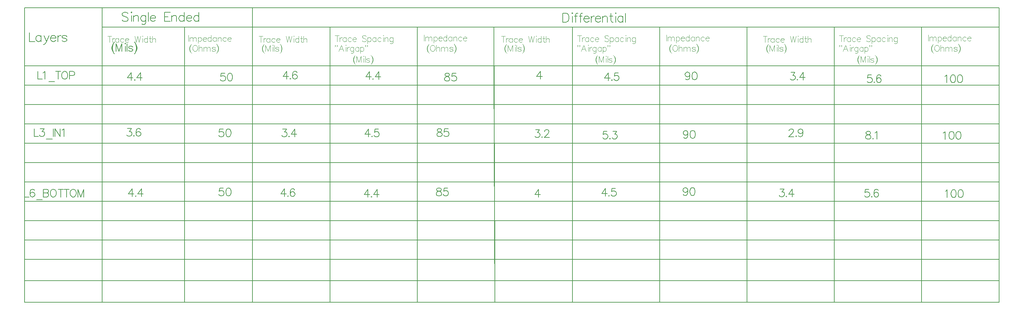
<source format=gbr>
%TF.GenerationSoftware,Altium Limited,Altium Designer,25.7.1 (20)*%
G04 Layer_Color=65280*
%FSLAX45Y45*%
%MOMM*%
%TF.SameCoordinates,1AA72D45-9F13-4BD8-B423-63960E99F270*%
%TF.FilePolarity,Positive*%
%TF.FileFunction,Other,Fab_Notes*%
%TF.Part,Single*%
G01*
G75*
%TA.AperFunction,NonConductor*%
%ADD94C,0.15240*%
%ADD113C,0.11938*%
%ADD125C,0.17526*%
%ADD127C,0.17780*%
D94*
X-3594472Y-16118756D02*
X-3623494Y-16128432D01*
X-3633169Y-16147778D01*
Y-16167126D01*
X-3623494Y-16186475D01*
X-3604146Y-16196149D01*
X-3565450Y-16205824D01*
X-3536427Y-16215498D01*
X-3517079Y-16234846D01*
X-3507405Y-16254195D01*
Y-16283217D01*
X-3517079Y-16302565D01*
X-3526753Y-16312239D01*
X-3555775Y-16321913D01*
X-3594472D01*
X-3623494Y-16312239D01*
X-3633169Y-16302565D01*
X-3642843Y-16283217D01*
Y-16254195D01*
X-3633169Y-16234846D01*
X-3613820Y-16215498D01*
X-3584798Y-16205824D01*
X-3546101Y-16196149D01*
X-3526753Y-16186475D01*
X-3517079Y-16167126D01*
Y-16147778D01*
X-3526753Y-16128432D01*
X-3555775Y-16118756D01*
X-3594472D01*
X-3345847D02*
X-3442588D01*
X-3452263Y-16205824D01*
X-3442588Y-16196149D01*
X-3413566Y-16186475D01*
X-3384544D01*
X-3355521Y-16196149D01*
X-3336173Y-16215498D01*
X-3326499Y-16244521D01*
Y-16263869D01*
X-3336173Y-16292891D01*
X-3355521Y-16312239D01*
X-3384544Y-16321913D01*
X-3413566D01*
X-3442588Y-16312239D01*
X-3452263Y-16302565D01*
X-3461937Y-16283217D01*
X2984280Y-14697018D02*
X2974605Y-14726042D01*
X2955257Y-14745390D01*
X2926235Y-14755064D01*
X2916561D01*
X2887538Y-14745390D01*
X2868190Y-14726042D01*
X2858516Y-14697018D01*
Y-14687344D01*
X2868190Y-14658324D01*
X2887538Y-14638976D01*
X2916561Y-14629300D01*
X2926235D01*
X2955257Y-14638976D01*
X2974605Y-14658324D01*
X2984280Y-14697018D01*
Y-14745390D01*
X2974605Y-14793761D01*
X2955257Y-14822783D01*
X2926235Y-14832457D01*
X2906886D01*
X2877864Y-14822783D01*
X2868190Y-14803435D01*
X3097466Y-14629300D02*
X3068444Y-14638976D01*
X3049096Y-14667998D01*
X3039422Y-14716368D01*
Y-14745390D01*
X3049096Y-14793761D01*
X3068444Y-14822783D01*
X3097466Y-14832457D01*
X3116815D01*
X3145837Y-14822783D01*
X3165185Y-14793761D01*
X3174860Y-14745390D01*
Y-14716368D01*
X3165185Y-14667998D01*
X3145837Y-14638976D01*
X3116815Y-14629300D01*
X3097466D01*
X-7685208Y-16123836D02*
X-7578793D01*
X-7636838Y-16201228D01*
X-7607815D01*
X-7588467Y-16210904D01*
X-7578793Y-16220578D01*
X-7569119Y-16249600D01*
Y-16268948D01*
X-7578793Y-16297971D01*
X-7598141Y-16317319D01*
X-7627164Y-16326993D01*
X-7656186D01*
X-7685208Y-16317319D01*
X-7694883Y-16307645D01*
X-7704557Y-16288297D01*
X-7513977Y-16307645D02*
X-7523651Y-16317319D01*
X-7513977Y-16326993D01*
X-7504302Y-16317319D01*
X-7513977Y-16307645D01*
X-7363060Y-16123836D02*
X-7459801Y-16259274D01*
X-7314690D01*
X-7363060Y-16123836D02*
Y-16326993D01*
X-14439137Y-17703462D02*
Y-17906619D01*
X-14323048D01*
X-14184709Y-17732484D02*
X-14194383Y-17713136D01*
X-14223405Y-17703462D01*
X-14242754D01*
X-14271776Y-17713136D01*
X-14291124Y-17742159D01*
X-14300798Y-17790530D01*
Y-17838901D01*
X-14291124Y-17877597D01*
X-14271776Y-17896945D01*
X-14242754Y-17906619D01*
X-14233080D01*
X-14204057Y-17896945D01*
X-14184709Y-17877597D01*
X-14175035Y-17848573D01*
Y-17838901D01*
X-14184709Y-17809879D01*
X-14204057Y-17790530D01*
X-14233080Y-17780855D01*
X-14242754D01*
X-14271776Y-17790530D01*
X-14291124Y-17809879D01*
X-14300798Y-17838901D01*
X-14130534Y-17974338D02*
X-13975748D01*
X-13949628Y-17703462D02*
Y-17906619D01*
Y-17703462D02*
X-13862561D01*
X-13833537Y-17713136D01*
X-13823865Y-17722810D01*
X-13814191Y-17742159D01*
Y-17761507D01*
X-13823865Y-17780855D01*
X-13833537Y-17790530D01*
X-13862561Y-17800204D01*
X-13949628D02*
X-13862561D01*
X-13833537Y-17809879D01*
X-13823865Y-17819553D01*
X-13814191Y-17838901D01*
Y-17867923D01*
X-13823865Y-17887271D01*
X-13833537Y-17896945D01*
X-13862561Y-17906619D01*
X-13949628D01*
X-13710677Y-17703462D02*
X-13730025Y-17713136D01*
X-13749374Y-17732484D01*
X-13759048Y-17751833D01*
X-13768723Y-17780855D01*
Y-17829227D01*
X-13759048Y-17858249D01*
X-13749374Y-17877597D01*
X-13730025Y-17896945D01*
X-13710677Y-17906619D01*
X-13671980D01*
X-13652632Y-17896945D01*
X-13633284Y-17877597D01*
X-13623610Y-17858249D01*
X-13613936Y-17829227D01*
Y-17780855D01*
X-13623610Y-17751833D01*
X-13633284Y-17732484D01*
X-13652632Y-17713136D01*
X-13671980Y-17703462D01*
X-13710677D01*
X-13498814D02*
Y-17906619D01*
X-13566533Y-17703462D02*
X-13431094D01*
X-13339191D02*
Y-17906619D01*
X-13406911Y-17703462D02*
X-13271472D01*
X-13189243D02*
X-13208591Y-17713136D01*
X-13227937Y-17732484D01*
X-13237613Y-17751833D01*
X-13247287Y-17780855D01*
Y-17829227D01*
X-13237613Y-17858249D01*
X-13227937Y-17877597D01*
X-13208591Y-17896945D01*
X-13189243Y-17906619D01*
X-13150545D01*
X-13131197Y-17896945D01*
X-13111848Y-17877597D01*
X-13102174Y-17858249D01*
X-13092500Y-17829227D01*
Y-17780855D01*
X-13102174Y-17751833D01*
X-13111848Y-17732484D01*
X-13131197Y-17713136D01*
X-13150545Y-17703462D01*
X-13189243D01*
X-13045097D02*
Y-17906619D01*
Y-17703462D02*
X-12967705Y-17906619D01*
X-12890312Y-17703462D02*
X-12967705Y-17906619D01*
X-12890312Y-17703462D02*
Y-17906619D01*
X-978847Y-17706891D02*
X-1075588Y-17842329D01*
X-930477D01*
X-978847Y-17706891D02*
Y-17910048D01*
X816621Y-16180733D02*
X719880D01*
X710206Y-16267799D01*
X719880Y-16258125D01*
X748902Y-16248451D01*
X777925D01*
X806947Y-16258125D01*
X826296Y-16277473D01*
X835970Y-16306496D01*
Y-16325844D01*
X826296Y-16354868D01*
X806947Y-16374216D01*
X777925Y-16383888D01*
X748902D01*
X719880Y-16374216D01*
X710206Y-16364542D01*
X700532Y-16345193D01*
X891112Y-16364542D02*
X881438Y-16374216D01*
X891112Y-16383888D01*
X900786Y-16374216D01*
X891112Y-16364542D01*
X964635Y-16180733D02*
X1071051D01*
X1013006Y-16258125D01*
X1042028D01*
X1061377Y-16267799D01*
X1071051Y-16277473D01*
X1080725Y-16306496D01*
Y-16325844D01*
X1071051Y-16354868D01*
X1051702Y-16374216D01*
X1022680Y-16383888D01*
X993658D01*
X964635Y-16374216D01*
X954961Y-16364542D01*
X945287Y-16345193D01*
X-7634333Y-17692007D02*
X-7731074Y-17827444D01*
X-7585962D01*
X-7634333Y-17692007D02*
Y-17895164D01*
X-7540494Y-17875815D02*
X-7550168Y-17885490D01*
X-7540494Y-17895164D01*
X-7530820Y-17885490D01*
X-7540494Y-17875815D01*
X-7370230Y-17721030D02*
X-7379904Y-17701682D01*
X-7408926Y-17692007D01*
X-7428274D01*
X-7457297Y-17701682D01*
X-7476645Y-17730704D01*
X-7486319Y-17779074D01*
Y-17827444D01*
X-7476645Y-17866141D01*
X-7457297Y-17885490D01*
X-7428274Y-17895164D01*
X-7418600D01*
X-7389578Y-17885490D01*
X-7370230Y-17866141D01*
X-7360556Y-17837119D01*
Y-17827444D01*
X-7370230Y-17798422D01*
X-7389578Y-17779074D01*
X-7418600Y-17769400D01*
X-7428274D01*
X-7457297Y-17779074D01*
X-7476645Y-17798422D01*
X-7486319Y-17827444D01*
X-9235683Y-17673744D02*
X-9332424D01*
X-9342098Y-17760812D01*
X-9332424Y-17751137D01*
X-9303402Y-17741463D01*
X-9274379D01*
X-9245357Y-17751137D01*
X-9226008Y-17770486D01*
X-9216334Y-17799509D01*
Y-17818855D01*
X-9226008Y-17847879D01*
X-9245357Y-17867227D01*
X-9274379Y-17876901D01*
X-9303402D01*
X-9332424Y-17867227D01*
X-9342098Y-17857553D01*
X-9351772Y-17838205D01*
X-9112821Y-17673744D02*
X-9141844Y-17683418D01*
X-9161192Y-17712440D01*
X-9170866Y-17760812D01*
Y-17789835D01*
X-9161192Y-17838205D01*
X-9141844Y-17867227D01*
X-9112821Y-17876901D01*
X-9093473D01*
X-9064451Y-17867227D01*
X-9045103Y-17838205D01*
X-9035428Y-17789835D01*
Y-17760812D01*
X-9045103Y-17712440D01*
X-9064451Y-17683418D01*
X-9093473Y-17673744D01*
X-9112821D01*
X-5448511Y-17707425D02*
X-5545252Y-17842862D01*
X-5400140D01*
X-5448511Y-17707425D02*
Y-17910580D01*
X-5354672Y-17891232D02*
X-5364346Y-17900906D01*
X-5354672Y-17910580D01*
X-5344998Y-17900906D01*
X-5354672Y-17891232D01*
X-5203755Y-17707425D02*
X-5300497Y-17842862D01*
X-5155385D01*
X-5203755Y-17707425D02*
Y-17910580D01*
X9622536Y-16226794D02*
X9641884Y-16217120D01*
X9670906Y-16188098D01*
Y-16391255D01*
X9829562Y-16188098D02*
X9800540Y-16197774D01*
X9781192Y-16226794D01*
X9771517Y-16275166D01*
Y-16304189D01*
X9781192Y-16352559D01*
X9800540Y-16381581D01*
X9829562Y-16391255D01*
X9848910D01*
X9877933Y-16381581D01*
X9897281Y-16352559D01*
X9906955Y-16304189D01*
Y-16275166D01*
X9897281Y-16226794D01*
X9877933Y-16197774D01*
X9848910Y-16188098D01*
X9829562D01*
X10010468D02*
X9981446Y-16197774D01*
X9962097Y-16226794D01*
X9952423Y-16275166D01*
Y-16304189D01*
X9962097Y-16352559D01*
X9981446Y-16381581D01*
X10010468Y-16391255D01*
X10029816D01*
X10058839Y-16381581D01*
X10078187Y-16352559D01*
X10087861Y-16304189D01*
Y-16275166D01*
X10078187Y-16226794D01*
X10058839Y-16197774D01*
X10029816Y-16188098D01*
X10010468D01*
X5583704Y-16169667D02*
Y-16159993D01*
X5593378Y-16140645D01*
X5603052Y-16130971D01*
X5622400Y-16121297D01*
X5661097D01*
X5680445Y-16130971D01*
X5690119Y-16140645D01*
X5699794Y-16159993D01*
Y-16179341D01*
X5690119Y-16198689D01*
X5670771Y-16227711D01*
X5574030Y-16324454D01*
X5709468D01*
X5764610Y-16305106D02*
X5754936Y-16314780D01*
X5764610Y-16324454D01*
X5774284Y-16314780D01*
X5764610Y-16305106D01*
X5944549Y-16189015D02*
X5934875Y-16218037D01*
X5915526Y-16237386D01*
X5886504Y-16247060D01*
X5876830D01*
X5847807Y-16237386D01*
X5828459Y-16218037D01*
X5818785Y-16189015D01*
Y-16179341D01*
X5828459Y-16150319D01*
X5847807Y-16130971D01*
X5876830Y-16121297D01*
X5886504D01*
X5915526Y-16130971D01*
X5934875Y-16150319D01*
X5944549Y-16189015D01*
Y-16237386D01*
X5934875Y-16285757D01*
X5915526Y-16314780D01*
X5886504Y-16324454D01*
X5867156D01*
X5838133Y-16314780D01*
X5828459Y-16295432D01*
X-14097253Y-14612029D02*
Y-14815186D01*
X-13981165D01*
X-13958914Y-14650725D02*
X-13939566Y-14641051D01*
X-13910544Y-14612029D01*
Y-14815186D01*
X-13809933Y-14882904D02*
X-13655147D01*
X-13561308Y-14612029D02*
Y-14815186D01*
X-13629027Y-14612029D02*
X-13493588D01*
X-13411359D02*
X-13430707Y-14621703D01*
X-13450056Y-14641051D01*
X-13459731Y-14660399D01*
X-13469405Y-14689421D01*
Y-14737791D01*
X-13459731Y-14766815D01*
X-13450056Y-14786163D01*
X-13430707Y-14805511D01*
X-13411359Y-14815186D01*
X-13372662D01*
X-13353314Y-14805511D01*
X-13333966Y-14786163D01*
X-13324292Y-14766815D01*
X-13314618Y-14737791D01*
Y-14689421D01*
X-13324292Y-14660399D01*
X-13333966Y-14641051D01*
X-13353314Y-14621703D01*
X-13372662Y-14612029D01*
X-13411359D01*
X-13267215Y-14718443D02*
X-13180148D01*
X-13151125Y-14708771D01*
X-13141451Y-14699097D01*
X-13131776Y-14679747D01*
Y-14650725D01*
X-13141451Y-14631377D01*
X-13151125Y-14621703D01*
X-13180148Y-14612029D01*
X-13267215D01*
Y-14815186D01*
X-7573906Y-14610657D02*
X-7670648Y-14746094D01*
X-7525536D01*
X-7573906Y-14610657D02*
Y-14813812D01*
X-7480068Y-14794466D02*
X-7489742Y-14804140D01*
X-7480068Y-14813812D01*
X-7470393Y-14804140D01*
X-7480068Y-14794466D01*
X-7309803Y-14639679D02*
X-7319477Y-14620331D01*
X-7348499Y-14610657D01*
X-7367848D01*
X-7396870Y-14620331D01*
X-7416218Y-14649353D01*
X-7425892Y-14697723D01*
Y-14746094D01*
X-7416218Y-14784792D01*
X-7396870Y-14804140D01*
X-7367848Y-14813812D01*
X-7358173D01*
X-7329151Y-14804140D01*
X-7309803Y-14784792D01*
X-7300129Y-14755769D01*
Y-14746094D01*
X-7309803Y-14717072D01*
X-7329151Y-14697723D01*
X-7358173Y-14688049D01*
X-7367848D01*
X-7396870Y-14697723D01*
X-7416218Y-14717072D01*
X-7425892Y-14746094D01*
X-12085165Y-13840288D02*
X-12104514Y-13859636D01*
X-12123862Y-13888660D01*
X-12143210Y-13927354D01*
X-12152884Y-13975726D01*
Y-14014423D01*
X-12143210Y-14062793D01*
X-12123862Y-14101489D01*
X-12104514Y-14130511D01*
X-12085165Y-14149860D01*
X-12104514Y-13859636D02*
X-12123862Y-13898334D01*
X-12133536Y-13927354D01*
X-12143210Y-13975726D01*
Y-14014423D01*
X-12133536Y-14062793D01*
X-12123862Y-14091815D01*
X-12104514Y-14130511D01*
X-12046469Y-13878984D02*
Y-14082141D01*
Y-13878984D02*
X-11969076Y-14082141D01*
X-11891683Y-13878984D02*
X-11969076Y-14082141D01*
X-11891683Y-13878984D02*
Y-14082141D01*
X-11814290Y-13878984D02*
X-11804616Y-13888660D01*
X-11794942Y-13878984D01*
X-11804616Y-13869310D01*
X-11814290Y-13878984D01*
X-11804616Y-13946703D02*
Y-14082141D01*
X-11759147Y-13878984D02*
Y-14082141D01*
X-11610166Y-13975726D02*
X-11619840Y-13956377D01*
X-11648862Y-13946703D01*
X-11677885D01*
X-11706907Y-13956377D01*
X-11716581Y-13975726D01*
X-11706907Y-13995074D01*
X-11687559Y-14004749D01*
X-11639188Y-14014423D01*
X-11619840Y-14024097D01*
X-11610166Y-14043445D01*
Y-14053119D01*
X-11619840Y-14072467D01*
X-11648862Y-14082141D01*
X-11677885D01*
X-11706907Y-14072467D01*
X-11716581Y-14053119D01*
X-11567600Y-13840288D02*
X-11548251Y-13859636D01*
X-11528903Y-13888660D01*
X-11509555Y-13927354D01*
X-11499881Y-13975726D01*
Y-14014423D01*
X-11509555Y-14062793D01*
X-11528903Y-14101489D01*
X-11548251Y-14130511D01*
X-11567600Y-14149860D01*
X-11548251Y-13859636D02*
X-11528903Y-13898334D01*
X-11519229Y-13927354D01*
X-11509555Y-13975726D01*
Y-14014423D01*
X-11519229Y-14062793D01*
X-11528903Y-14091815D01*
X-11548251Y-14130511D01*
X-9195043Y-14660034D02*
X-9291784D01*
X-9301458Y-14747102D01*
X-9291784Y-14737427D01*
X-9262762Y-14727753D01*
X-9233739D01*
X-9204717Y-14737427D01*
X-9185368Y-14756776D01*
X-9175694Y-14785799D01*
Y-14805145D01*
X-9185368Y-14834169D01*
X-9204717Y-14853517D01*
X-9233739Y-14863191D01*
X-9262762D01*
X-9291784Y-14853517D01*
X-9301458Y-14843843D01*
X-9311132Y-14824495D01*
X-9072181Y-14660034D02*
X-9101204Y-14669708D01*
X-9120552Y-14698730D01*
X-9130226Y-14747102D01*
Y-14776125D01*
X-9120552Y-14824495D01*
X-9101204Y-14853517D01*
X-9072181Y-14863191D01*
X-9052833D01*
X-9023811Y-14853517D01*
X-9004463Y-14824495D01*
X-8994788Y-14776125D01*
Y-14747102D01*
X-9004463Y-14698730D01*
X-9023811Y-14669708D01*
X-9052833Y-14660034D01*
X-9072181D01*
X7742947Y-14703722D02*
X7646206D01*
X7636532Y-14790790D01*
X7646206Y-14781116D01*
X7675228Y-14771442D01*
X7704251D01*
X7733273Y-14781116D01*
X7752622Y-14800464D01*
X7762296Y-14829486D01*
Y-14848834D01*
X7752622Y-14877856D01*
X7733273Y-14897205D01*
X7704251Y-14906879D01*
X7675228D01*
X7646206Y-14897205D01*
X7636532Y-14887531D01*
X7626858Y-14868182D01*
X7817438Y-14887531D02*
X7807764Y-14897205D01*
X7817438Y-14906879D01*
X7827112Y-14897205D01*
X7817438Y-14887531D01*
X7987703Y-14732745D02*
X7978028Y-14713397D01*
X7949006Y-14703722D01*
X7929658D01*
X7900635Y-14713397D01*
X7881287Y-14742419D01*
X7871613Y-14790790D01*
Y-14839160D01*
X7881287Y-14877856D01*
X7900635Y-14897205D01*
X7929658Y-14906879D01*
X7939332D01*
X7968354Y-14897205D01*
X7987703Y-14877856D01*
X7997377Y-14848834D01*
Y-14839160D01*
X7987703Y-14810138D01*
X7968354Y-14790790D01*
X7939332Y-14781116D01*
X7929658D01*
X7900635Y-14790790D01*
X7881287Y-14810138D01*
X7871613Y-14839160D01*
X2934496Y-16230417D02*
X2924821Y-16259441D01*
X2905473Y-16278789D01*
X2876451Y-16288461D01*
X2866777D01*
X2837754Y-16278789D01*
X2818406Y-16259441D01*
X2808732Y-16230417D01*
Y-16220743D01*
X2818406Y-16191721D01*
X2837754Y-16172372D01*
X2866777Y-16162698D01*
X2876451D01*
X2905473Y-16172372D01*
X2924821Y-16191721D01*
X2934496Y-16230417D01*
Y-16278789D01*
X2924821Y-16327159D01*
X2905473Y-16356181D01*
X2876451Y-16365855D01*
X2857102D01*
X2828080Y-16356181D01*
X2818406Y-16336833D01*
X3047683Y-16162698D02*
X3018660Y-16172372D01*
X2999312Y-16201395D01*
X2989638Y-16249767D01*
Y-16278789D01*
X2999312Y-16327159D01*
X3018660Y-16356181D01*
X3047683Y-16365855D01*
X3067031D01*
X3096053Y-16356181D01*
X3115401Y-16327159D01*
X3125076Y-16278789D01*
Y-16249767D01*
X3115401Y-16201395D01*
X3096053Y-16172372D01*
X3067031Y-16162698D01*
X3047683D01*
X-5434845Y-16126376D02*
X-5531587Y-16261813D01*
X-5386475D01*
X-5434845Y-16126376D02*
Y-16329533D01*
X-5341007Y-16310185D02*
X-5350681Y-16319859D01*
X-5341007Y-16329533D01*
X-5331332Y-16319859D01*
X-5341007Y-16310185D01*
X-5170742Y-16126376D02*
X-5267483D01*
X-5277157Y-16213445D01*
X-5267483Y-16203769D01*
X-5238461Y-16194095D01*
X-5209438D01*
X-5180416Y-16203769D01*
X-5161068Y-16223119D01*
X-5151394Y-16252139D01*
Y-16271487D01*
X-5161068Y-16300511D01*
X-5180416Y-16319859D01*
X-5209438Y-16329533D01*
X-5238461D01*
X-5267483Y-16319859D01*
X-5277157Y-16310185D01*
X-5286831Y-16290837D01*
X7637890Y-16187337D02*
X7608868Y-16197011D01*
X7599194Y-16216359D01*
Y-16235707D01*
X7608868Y-16255055D01*
X7628216Y-16264729D01*
X7666913Y-16274403D01*
X7695935Y-16284077D01*
X7715284Y-16303426D01*
X7724958Y-16322774D01*
Y-16351797D01*
X7715284Y-16371146D01*
X7705609Y-16380820D01*
X7676587Y-16390492D01*
X7637890D01*
X7608868Y-16380820D01*
X7599194Y-16371146D01*
X7589520Y-16351797D01*
Y-16322774D01*
X7599194Y-16303426D01*
X7618542Y-16284077D01*
X7647565Y-16274403D01*
X7686261Y-16264729D01*
X7705609Y-16255055D01*
X7715284Y-16235707D01*
Y-16216359D01*
X7705609Y-16197011D01*
X7676587Y-16187337D01*
X7637890D01*
X7780100Y-16371146D02*
X7770426Y-16380820D01*
X7780100Y-16390492D01*
X7789774Y-16380820D01*
X7780100Y-16371146D01*
X7834275Y-16226033D02*
X7853623Y-16216359D01*
X7882646Y-16187337D01*
Y-16390492D01*
X-9237207Y-16122820D02*
X-9333948D01*
X-9343622Y-16209888D01*
X-9333948Y-16200214D01*
X-9304926Y-16190540D01*
X-9275903D01*
X-9246881Y-16200214D01*
X-9227532Y-16219562D01*
X-9217858Y-16248584D01*
Y-16267932D01*
X-9227532Y-16296954D01*
X-9246881Y-16316302D01*
X-9275903Y-16325977D01*
X-9304926D01*
X-9333948Y-16316302D01*
X-9343622Y-16306628D01*
X-9353296Y-16287280D01*
X-9114345Y-16122820D02*
X-9143368Y-16132495D01*
X-9162716Y-16161517D01*
X-9172390Y-16209888D01*
Y-16238910D01*
X-9162716Y-16287280D01*
X-9143368Y-16316302D01*
X-9114345Y-16325977D01*
X-9094997D01*
X-9065975Y-16316302D01*
X-9046627Y-16287280D01*
X-9036952Y-16238910D01*
Y-16209888D01*
X-9046627Y-16161517D01*
X-9065975Y-16132495D01*
X-9094997Y-16122820D01*
X-9114345D01*
X2929416Y-17730287D02*
X2919741Y-17759309D01*
X2900393Y-17778658D01*
X2871371Y-17788332D01*
X2861697D01*
X2832674Y-17778658D01*
X2813326Y-17759309D01*
X2803652Y-17730287D01*
Y-17720613D01*
X2813326Y-17691591D01*
X2832674Y-17672243D01*
X2861697Y-17662569D01*
X2871371D01*
X2900393Y-17672243D01*
X2919741Y-17691591D01*
X2929416Y-17730287D01*
Y-17778658D01*
X2919741Y-17827029D01*
X2900393Y-17856052D01*
X2871371Y-17865726D01*
X2852022D01*
X2823000Y-17856052D01*
X2813326Y-17836703D01*
X3042602Y-17662569D02*
X3013580Y-17672243D01*
X2994232Y-17701265D01*
X2984558Y-17749635D01*
Y-17778658D01*
X2994232Y-17827029D01*
X3013580Y-17856052D01*
X3042602Y-17865726D01*
X3061951D01*
X3090973Y-17856052D01*
X3110321Y-17827029D01*
X3119996Y-17778658D01*
Y-17749635D01*
X3110321Y-17701265D01*
X3090973Y-17672243D01*
X3061951Y-17662569D01*
X3042602D01*
X-3392796Y-14660974D02*
X-3421818Y-14670648D01*
X-3431493Y-14689996D01*
Y-14709344D01*
X-3421818Y-14728693D01*
X-3402470Y-14738367D01*
X-3363774Y-14748041D01*
X-3334751Y-14757715D01*
X-3315403Y-14777065D01*
X-3305729Y-14796413D01*
Y-14825433D01*
X-3315403Y-14844783D01*
X-3325077Y-14854457D01*
X-3354099Y-14864131D01*
X-3392796D01*
X-3421818Y-14854457D01*
X-3431493Y-14844783D01*
X-3441167Y-14825433D01*
Y-14796413D01*
X-3431493Y-14777065D01*
X-3412144Y-14757715D01*
X-3383122Y-14748041D01*
X-3344425Y-14738367D01*
X-3325077Y-14728693D01*
X-3315403Y-14709344D01*
Y-14689996D01*
X-3325077Y-14670648D01*
X-3354099Y-14660974D01*
X-3392796D01*
X-3144171D02*
X-3240912D01*
X-3250587Y-14748041D01*
X-3240912Y-14738367D01*
X-3211890Y-14728693D01*
X-3182868D01*
X-3153845Y-14738367D01*
X-3134497Y-14757715D01*
X-3124823Y-14786739D01*
Y-14806087D01*
X-3134497Y-14835109D01*
X-3153845Y-14854457D01*
X-3182868Y-14864131D01*
X-3211890D01*
X-3240912Y-14854457D01*
X-3250587Y-14844783D01*
X-3260261Y-14825433D01*
X-11651013Y-14640730D02*
X-11747754Y-14776167D01*
X-11602642D01*
X-11651013Y-14640730D02*
Y-14843887D01*
X-11557174Y-14824539D02*
X-11566848Y-14834213D01*
X-11557174Y-14843887D01*
X-11547500Y-14834213D01*
X-11557174Y-14824539D01*
X-11406258Y-14640730D02*
X-11502999Y-14776167D01*
X-11357887D01*
X-11406258Y-14640730D02*
Y-14843887D01*
X-5408760Y-14620563D02*
X-5505501Y-14756000D01*
X-5360389D01*
X-5408760Y-14620563D02*
Y-14823718D01*
X-5314921Y-14804372D02*
X-5324595Y-14814046D01*
X-5314921Y-14823718D01*
X-5305247Y-14814046D01*
X-5314921Y-14804372D01*
X-5164004Y-14620563D02*
X-5260746Y-14756000D01*
X-5115634D01*
X-5164004Y-14620563D02*
Y-14823718D01*
X5344458Y-17697366D02*
X5450874D01*
X5392829Y-17774759D01*
X5421851D01*
X5441199Y-17784435D01*
X5450874Y-17794109D01*
X5460548Y-17823129D01*
Y-17842477D01*
X5450874Y-17871501D01*
X5431525Y-17890849D01*
X5402503Y-17900523D01*
X5373480D01*
X5344458Y-17890849D01*
X5334784Y-17881175D01*
X5325110Y-17861827D01*
X5515690Y-17881175D02*
X5506016Y-17890849D01*
X5515690Y-17900523D01*
X5525364Y-17890849D01*
X5515690Y-17881175D01*
X5666606Y-17697366D02*
X5569865Y-17832803D01*
X5714977D01*
X5666606Y-17697366D02*
Y-17900523D01*
X-3608137Y-17674049D02*
X-3637160Y-17683723D01*
X-3646834Y-17703072D01*
Y-17722420D01*
X-3637160Y-17741768D01*
X-3617811Y-17751442D01*
X-3579115Y-17761116D01*
X-3550092Y-17770790D01*
X-3530744Y-17790138D01*
X-3521070Y-17809486D01*
Y-17838509D01*
X-3530744Y-17857858D01*
X-3540418Y-17867532D01*
X-3569441Y-17877206D01*
X-3608137D01*
X-3637160Y-17867532D01*
X-3646834Y-17857858D01*
X-3656508Y-17838509D01*
Y-17809486D01*
X-3646834Y-17790138D01*
X-3627486Y-17770790D01*
X-3598463Y-17761116D01*
X-3559767Y-17751442D01*
X-3540418Y-17741768D01*
X-3530744Y-17722420D01*
Y-17703072D01*
X-3540418Y-17683723D01*
X-3569441Y-17674049D01*
X-3608137D01*
X-3359512D02*
X-3456254D01*
X-3465928Y-17761116D01*
X-3456254Y-17751442D01*
X-3427231Y-17741768D01*
X-3398209D01*
X-3369187Y-17751442D01*
X-3349838Y-17770790D01*
X-3340164Y-17799812D01*
Y-17819160D01*
X-3349838Y-17848184D01*
X-3369187Y-17867532D01*
X-3398209Y-17877206D01*
X-3427231D01*
X-3456254Y-17867532D01*
X-3465928Y-17857858D01*
X-3475602Y-17838509D01*
X847057Y-14647334D02*
X750316Y-14782771D01*
X895428D01*
X847057Y-14647334D02*
Y-14850491D01*
X940896Y-14831143D02*
X931222Y-14840817D01*
X940896Y-14850491D01*
X950570Y-14840817D01*
X940896Y-14831143D01*
X1111161Y-14647334D02*
X1014419D01*
X1004745Y-14734402D01*
X1014419Y-14724727D01*
X1043442Y-14715053D01*
X1072464D01*
X1101486Y-14724727D01*
X1120835Y-14744077D01*
X1130509Y-14773099D01*
Y-14792445D01*
X1120835Y-14821469D01*
X1101486Y-14840817D01*
X1072464Y-14850491D01*
X1043442D01*
X1014419Y-14840817D01*
X1004745Y-14831143D01*
X995071Y-14811795D01*
X5630716Y-14637682D02*
X5737132D01*
X5679087Y-14715076D01*
X5708109D01*
X5727457Y-14724750D01*
X5737132Y-14734424D01*
X5746806Y-14763446D01*
Y-14782794D01*
X5737132Y-14811816D01*
X5717783Y-14831165D01*
X5688761Y-14840839D01*
X5659738D01*
X5630716Y-14831165D01*
X5621042Y-14821490D01*
X5611368Y-14802142D01*
X5801948Y-14821490D02*
X5792274Y-14831165D01*
X5801948Y-14840839D01*
X5811622Y-14831165D01*
X5801948Y-14821490D01*
X5952864Y-14637682D02*
X5856123Y-14773120D01*
X6001235D01*
X5952864Y-14637682D02*
Y-14840839D01*
X773397Y-17680602D02*
X676656Y-17816040D01*
X821768D01*
X773397Y-17680602D02*
Y-17883759D01*
X867236Y-17864410D02*
X857562Y-17874084D01*
X867236Y-17883759D01*
X876910Y-17874084D01*
X867236Y-17864410D01*
X1037501Y-17680602D02*
X940759D01*
X931085Y-17767670D01*
X940759Y-17757996D01*
X969782Y-17748322D01*
X998804D01*
X1027826Y-17757996D01*
X1047175Y-17777344D01*
X1056849Y-17806366D01*
Y-17825714D01*
X1047175Y-17854736D01*
X1027826Y-17874084D01*
X998804Y-17883759D01*
X969782D01*
X940759Y-17874084D01*
X931085Y-17864410D01*
X921411Y-17845062D01*
X-14190981Y-16114438D02*
Y-16317595D01*
X-14074892D01*
X-14033292Y-16114438D02*
X-13926877D01*
X-13984921Y-16191830D01*
X-13955899D01*
X-13936551Y-16201506D01*
X-13926877Y-16211180D01*
X-13917203Y-16240202D01*
Y-16259550D01*
X-13926877Y-16288573D01*
X-13946225Y-16307921D01*
X-13975247Y-16317595D01*
X-14004269D01*
X-14033292Y-16307921D01*
X-14042966Y-16298247D01*
X-14052640Y-16278899D01*
X-13871735Y-16385313D02*
X-13716948D01*
X-13690828Y-16114438D02*
Y-16317595D01*
X-13648262Y-16114438D02*
Y-16317595D01*
Y-16114438D02*
X-13512825Y-16317595D01*
Y-16114438D02*
Y-16317595D01*
X-13456715Y-16153136D02*
X-13437367Y-16143462D01*
X-13408344Y-16114438D01*
Y-16317595D01*
X7675587Y-17705318D02*
X7578845D01*
X7569171Y-17792384D01*
X7578845Y-17782710D01*
X7607868Y-17773036D01*
X7636890D01*
X7665913Y-17782710D01*
X7685261Y-17802058D01*
X7694935Y-17831081D01*
Y-17850429D01*
X7685261Y-17879451D01*
X7665913Y-17898799D01*
X7636890Y-17908473D01*
X7607868D01*
X7578845Y-17898799D01*
X7569171Y-17889125D01*
X7559497Y-17869777D01*
X7750077Y-17889125D02*
X7740403Y-17898799D01*
X7750077Y-17908473D01*
X7759751Y-17898799D01*
X7750077Y-17889125D01*
X7920342Y-17734338D02*
X7910668Y-17714992D01*
X7881645Y-17705318D01*
X7862297D01*
X7833275Y-17714992D01*
X7813926Y-17744012D01*
X7804252Y-17792384D01*
Y-17840755D01*
X7813926Y-17879451D01*
X7833275Y-17898799D01*
X7862297Y-17908473D01*
X7871971D01*
X7900994Y-17898799D01*
X7920342Y-17879451D01*
X7930016Y-17850429D01*
Y-17840755D01*
X7920342Y-17811732D01*
X7900994Y-17792384D01*
X7871971Y-17782710D01*
X7862297D01*
X7833275Y-17792384D01*
X7813926Y-17811732D01*
X7804252Y-17840755D01*
X9659874Y-14743181D02*
X9679222Y-14733507D01*
X9708244Y-14704485D01*
Y-14907642D01*
X9866900Y-14704485D02*
X9837878Y-14714159D01*
X9818530Y-14743181D01*
X9808855Y-14791553D01*
Y-14820573D01*
X9818530Y-14868945D01*
X9837878Y-14897968D01*
X9866900Y-14907642D01*
X9886248D01*
X9915271Y-14897968D01*
X9934619Y-14868945D01*
X9944293Y-14820573D01*
Y-14791553D01*
X9934619Y-14743181D01*
X9915271Y-14714159D01*
X9886248Y-14704485D01*
X9866900D01*
X10047806D02*
X10018784Y-14714159D01*
X9999435Y-14743181D01*
X9989761Y-14791553D01*
Y-14820573D01*
X9999435Y-14868945D01*
X10018784Y-14897968D01*
X10047806Y-14907642D01*
X10067154D01*
X10096177Y-14897968D01*
X10115525Y-14868945D01*
X10125199Y-14820573D01*
Y-14791553D01*
X10115525Y-14743181D01*
X10096177Y-14714159D01*
X10067154Y-14704485D01*
X10047806D01*
X-11748700Y-16110451D02*
X-11642285D01*
X-11700330Y-16187843D01*
X-11671307D01*
X-11651959Y-16197517D01*
X-11642285Y-16207191D01*
X-11632611Y-16236214D01*
Y-16255563D01*
X-11642285Y-16284586D01*
X-11661633Y-16303934D01*
X-11690656Y-16313606D01*
X-11719678D01*
X-11748700Y-16303934D01*
X-11758375Y-16294260D01*
X-11768049Y-16274911D01*
X-11577469Y-16294260D02*
X-11587143Y-16303934D01*
X-11577469Y-16313606D01*
X-11567794Y-16303934D01*
X-11577469Y-16294260D01*
X-11407204Y-16139473D02*
X-11416878Y-16120125D01*
X-11445900Y-16110451D01*
X-11465249D01*
X-11494271Y-16120125D01*
X-11513619Y-16149147D01*
X-11523293Y-16197517D01*
Y-16245888D01*
X-11513619Y-16284586D01*
X-11494271Y-16303934D01*
X-11465249Y-16313606D01*
X-11455574D01*
X-11426552Y-16303934D01*
X-11407204Y-16284586D01*
X-11397530Y-16255563D01*
Y-16245888D01*
X-11407204Y-16216866D01*
X-11426552Y-16197517D01*
X-11455574Y-16187843D01*
X-11465249D01*
X-11494271Y-16197517D01*
X-11513619Y-16216866D01*
X-11523293Y-16245888D01*
X9676613Y-17757729D02*
X9695961Y-17748055D01*
X9724983Y-17719032D01*
Y-17922189D01*
X9883639Y-17719032D02*
X9854616Y-17728706D01*
X9835268Y-17757729D01*
X9825594Y-17806100D01*
Y-17835123D01*
X9835268Y-17883493D01*
X9854616Y-17912515D01*
X9883639Y-17922189D01*
X9902987D01*
X9932009Y-17912515D01*
X9951358Y-17883493D01*
X9961032Y-17835123D01*
Y-17806100D01*
X9951358Y-17757729D01*
X9932009Y-17728706D01*
X9902987Y-17719032D01*
X9883639D01*
X10064545D02*
X10035522Y-17728706D01*
X10016174Y-17757729D01*
X10006500Y-17806100D01*
Y-17835123D01*
X10016174Y-17883493D01*
X10035522Y-17912515D01*
X10064545Y-17922189D01*
X10083893D01*
X10112915Y-17912515D01*
X10132263Y-17883493D01*
X10141938Y-17835123D01*
Y-17806100D01*
X10132263Y-17757729D01*
X10112915Y-17728706D01*
X10083893Y-17719032D01*
X10064545D01*
X-1058120Y-16142632D02*
X-951704D01*
X-1009749Y-16220026D01*
X-980727D01*
X-961379Y-16229700D01*
X-951704Y-16239374D01*
X-942030Y-16268396D01*
Y-16287744D01*
X-951704Y-16316766D01*
X-971053Y-16336115D01*
X-1000075Y-16345789D01*
X-1029098D01*
X-1058120Y-16336115D01*
X-1067794Y-16326440D01*
X-1077468Y-16307092D01*
X-886888Y-16326440D02*
X-896562Y-16336115D01*
X-886888Y-16345789D01*
X-877214Y-16336115D01*
X-886888Y-16326440D01*
X-823039Y-16191003D02*
Y-16181329D01*
X-813365Y-16161981D01*
X-803691Y-16152307D01*
X-784342Y-16142632D01*
X-745646D01*
X-726298Y-16152307D01*
X-716623Y-16161981D01*
X-706949Y-16181329D01*
Y-16200677D01*
X-716623Y-16220026D01*
X-735972Y-16249048D01*
X-832713Y-16345789D01*
X-697275D01*
X-930943Y-14609235D02*
X-1027684Y-14744672D01*
X-882572D01*
X-930943Y-14609235D02*
Y-14812392D01*
X-11625867Y-17692032D02*
X-11722608Y-17827470D01*
X-11577496D01*
X-11625867Y-17692032D02*
Y-17895189D01*
X-11532028Y-17875841D02*
X-11541702Y-17885515D01*
X-11532028Y-17895189D01*
X-11522354Y-17885515D01*
X-11532028Y-17875841D01*
X-11381112Y-17692032D02*
X-11477853Y-17827470D01*
X-11332741D01*
X-11381112Y-17692032D02*
Y-17895189D01*
D113*
X-12216395Y-13688475D02*
Y-13848460D01*
X-12269724Y-13688475D02*
X-12163067D01*
X-12144021Y-13741805D02*
Y-13848460D01*
Y-13787514D02*
X-12136402Y-13764659D01*
X-12121166Y-13749422D01*
X-12105929Y-13741805D01*
X-12083074D01*
X-11977179D02*
Y-13848460D01*
Y-13764659D02*
X-11992415Y-13749422D01*
X-12007652Y-13741805D01*
X-12030507D01*
X-12045744Y-13749422D01*
X-12060981Y-13764659D01*
X-12068599Y-13787514D01*
Y-13802751D01*
X-12060981Y-13825606D01*
X-12045744Y-13840843D01*
X-12030507Y-13848460D01*
X-12007652D01*
X-11992415Y-13840843D01*
X-11977179Y-13825606D01*
X-11843095Y-13764659D02*
X-11858332Y-13749422D01*
X-11873569Y-13741805D01*
X-11896424D01*
X-11911661Y-13749422D01*
X-11926897Y-13764659D01*
X-11934516Y-13787514D01*
Y-13802751D01*
X-11926897Y-13825606D01*
X-11911661Y-13840843D01*
X-11896424Y-13848460D01*
X-11873569D01*
X-11858332Y-13840843D01*
X-11843095Y-13825606D01*
X-11808813Y-13787514D02*
X-11717392D01*
Y-13772276D01*
X-11725011Y-13757040D01*
X-11732629Y-13749422D01*
X-11747866Y-13741805D01*
X-11770721D01*
X-11785958Y-13749422D01*
X-11801194Y-13764659D01*
X-11808813Y-13787514D01*
Y-13802751D01*
X-11801194Y-13825606D01*
X-11785958Y-13840843D01*
X-11770721Y-13848460D01*
X-11747866D01*
X-11732629Y-13840843D01*
X-11717392Y-13825606D01*
X-11557407Y-13688475D02*
X-11519315Y-13848460D01*
X-11481223Y-13688475D02*
X-11519315Y-13848460D01*
X-11481223Y-13688475D02*
X-11443131Y-13848460D01*
X-11405039Y-13688475D02*
X-11443131Y-13848460D01*
X-11357806Y-13688475D02*
X-11350187Y-13696094D01*
X-11342569Y-13688475D01*
X-11350187Y-13680856D01*
X-11357806Y-13688475D01*
X-11350187Y-13741805D02*
Y-13848460D01*
X-11222960Y-13688475D02*
Y-13848460D01*
Y-13764659D02*
X-11238197Y-13749422D01*
X-11253434Y-13741805D01*
X-11276289D01*
X-11291526Y-13749422D01*
X-11306762Y-13764659D01*
X-11314381Y-13787514D01*
Y-13802751D01*
X-11306762Y-13825606D01*
X-11291526Y-13840843D01*
X-11276289Y-13848460D01*
X-11253434D01*
X-11238197Y-13840843D01*
X-11222960Y-13825606D01*
X-11157442Y-13688475D02*
Y-13817989D01*
X-11149824Y-13840843D01*
X-11134587Y-13848460D01*
X-11119350D01*
X-11180297Y-13741805D02*
X-11126969D01*
X-11096495Y-13688475D02*
Y-13848460D01*
Y-13772276D02*
X-11073640Y-13749422D01*
X-11058404Y-13741805D01*
X-11035548D01*
X-11020312Y-13749422D01*
X-11012693Y-13772276D01*
Y-13848460D01*
X4954005Y-13688475D02*
Y-13848460D01*
X4900676Y-13688475D02*
X5007333D01*
X5026379Y-13741805D02*
Y-13848460D01*
Y-13787514D02*
X5033998Y-13764659D01*
X5049234Y-13749422D01*
X5064471Y-13741805D01*
X5087326D01*
X5193221D02*
Y-13848460D01*
Y-13764659D02*
X5177985Y-13749422D01*
X5162748Y-13741805D01*
X5139893D01*
X5124656Y-13749422D01*
X5109419Y-13764659D01*
X5101801Y-13787514D01*
Y-13802751D01*
X5109419Y-13825606D01*
X5124656Y-13840843D01*
X5139893Y-13848460D01*
X5162748D01*
X5177985Y-13840843D01*
X5193221Y-13825606D01*
X5327305Y-13764659D02*
X5312068Y-13749422D01*
X5296831Y-13741805D01*
X5273976D01*
X5258739Y-13749422D01*
X5243503Y-13764659D01*
X5235884Y-13787514D01*
Y-13802751D01*
X5243503Y-13825606D01*
X5258739Y-13840843D01*
X5273976Y-13848460D01*
X5296831D01*
X5312068Y-13840843D01*
X5327305Y-13825606D01*
X5361587Y-13787514D02*
X5453008D01*
Y-13772276D01*
X5445389Y-13757040D01*
X5437771Y-13749422D01*
X5422534Y-13741805D01*
X5399679D01*
X5384442Y-13749422D01*
X5369206Y-13764659D01*
X5361587Y-13787514D01*
Y-13802751D01*
X5369206Y-13825606D01*
X5384442Y-13840843D01*
X5399679Y-13848460D01*
X5422534D01*
X5437771Y-13840843D01*
X5453008Y-13825606D01*
X5612993Y-13688475D02*
X5651085Y-13848460D01*
X5689177Y-13688475D02*
X5651085Y-13848460D01*
X5689177Y-13688475D02*
X5727269Y-13848460D01*
X5765361Y-13688475D02*
X5727269Y-13848460D01*
X5812594Y-13688475D02*
X5820213Y-13696094D01*
X5827831Y-13688475D01*
X5820213Y-13680856D01*
X5812594Y-13688475D01*
X5820213Y-13741805D02*
Y-13848460D01*
X5947440Y-13688475D02*
Y-13848460D01*
Y-13764659D02*
X5932203Y-13749422D01*
X5916966Y-13741805D01*
X5894111D01*
X5878874Y-13749422D01*
X5863638Y-13764659D01*
X5856019Y-13787514D01*
Y-13802751D01*
X5863638Y-13825606D01*
X5878874Y-13840843D01*
X5894111Y-13848460D01*
X5916966D01*
X5932203Y-13840843D01*
X5947440Y-13825606D01*
X6012958Y-13688475D02*
Y-13817989D01*
X6020576Y-13840843D01*
X6035813Y-13848460D01*
X6051050D01*
X5990103Y-13741805D02*
X6043431D01*
X6073905Y-13688475D02*
Y-13848460D01*
Y-13772276D02*
X6096760Y-13749422D01*
X6111996Y-13741805D01*
X6134852D01*
X6150088Y-13749422D01*
X6157707Y-13772276D01*
Y-13848460D01*
X5045445Y-13891682D02*
X5030208Y-13906918D01*
X5014971Y-13929774D01*
X4999734Y-13960246D01*
X4992116Y-13998338D01*
Y-14028812D01*
X4999734Y-14066904D01*
X5014971Y-14097379D01*
X5030208Y-14120233D01*
X5045445Y-14135471D01*
X5030208Y-13906918D02*
X5014971Y-13937392D01*
X5007353Y-13960246D01*
X4999734Y-13998338D01*
Y-14028812D01*
X5007353Y-14066904D01*
X5014971Y-14089758D01*
X5030208Y-14120233D01*
X5075918Y-13922156D02*
Y-14082141D01*
Y-13922156D02*
X5136865Y-14082141D01*
X5197812Y-13922156D02*
X5136865Y-14082141D01*
X5197812Y-13922156D02*
Y-14082141D01*
X5258759Y-13922156D02*
X5266377Y-13929774D01*
X5273996Y-13922156D01*
X5266377Y-13914537D01*
X5258759Y-13922156D01*
X5266377Y-13975484D02*
Y-14082141D01*
X5302184Y-13922156D02*
Y-14082141D01*
X5419507Y-13998338D02*
X5411888Y-13983102D01*
X5389033Y-13975484D01*
X5366178D01*
X5343323Y-13983102D01*
X5335705Y-13998338D01*
X5343323Y-14013576D01*
X5358560Y-14021194D01*
X5396652Y-14028812D01*
X5411888Y-14036430D01*
X5419507Y-14051668D01*
Y-14059286D01*
X5411888Y-14074522D01*
X5389033Y-14082141D01*
X5366178D01*
X5343323Y-14074522D01*
X5335705Y-14059286D01*
X5453027Y-13891682D02*
X5468264Y-13906918D01*
X5483501Y-13929774D01*
X5498738Y-13960246D01*
X5506356Y-13998338D01*
Y-14028812D01*
X5498738Y-14066904D01*
X5483501Y-14097379D01*
X5468264Y-14120233D01*
X5453027Y-14135471D01*
X5468264Y-13906918D02*
X5483501Y-13937392D01*
X5491119Y-13960246D01*
X5498738Y-13998338D01*
Y-14028812D01*
X5491119Y-14066904D01*
X5483501Y-14089758D01*
X5468264Y-14120233D01*
X2505445Y-13891682D02*
X2490208Y-13906918D01*
X2474971Y-13929774D01*
X2459734Y-13960246D01*
X2452116Y-13998338D01*
Y-14028812D01*
X2459734Y-14066904D01*
X2474971Y-14097379D01*
X2490208Y-14120233D01*
X2505445Y-14135471D01*
X2490208Y-13906918D02*
X2474971Y-13937392D01*
X2467353Y-13960246D01*
X2459734Y-13998338D01*
Y-14028812D01*
X2467353Y-14066904D01*
X2474971Y-14089758D01*
X2490208Y-14120233D01*
X2581628Y-13922156D02*
X2566391Y-13929774D01*
X2551155Y-13945010D01*
X2543536Y-13960246D01*
X2535918Y-13983102D01*
Y-14021194D01*
X2543536Y-14044049D01*
X2551155Y-14059286D01*
X2566391Y-14074522D01*
X2581628Y-14082141D01*
X2612102D01*
X2627338Y-14074522D01*
X2642575Y-14059286D01*
X2650194Y-14044049D01*
X2657812Y-14021194D01*
Y-13983102D01*
X2650194Y-13960246D01*
X2642575Y-13945010D01*
X2627338Y-13929774D01*
X2612102Y-13922156D01*
X2581628D01*
X2695142D02*
Y-14082141D01*
Y-14005957D02*
X2717997Y-13983102D01*
X2733234Y-13975484D01*
X2756089D01*
X2771326Y-13983102D01*
X2778944Y-14005957D01*
Y-14082141D01*
X2820845Y-13975484D02*
Y-14082141D01*
Y-14005957D02*
X2843700Y-13983102D01*
X2858937Y-13975484D01*
X2881792D01*
X2897029Y-13983102D01*
X2904647Y-14005957D01*
Y-14082141D01*
Y-14005957D02*
X2927502Y-13983102D01*
X2942739Y-13975484D01*
X2965594D01*
X2980831Y-13983102D01*
X2988449Y-14005957D01*
Y-14082141D01*
X3122532Y-13998338D02*
X3114914Y-13983102D01*
X3092059Y-13975484D01*
X3069204D01*
X3046349Y-13983102D01*
X3038730Y-13998338D01*
X3046349Y-14013576D01*
X3061585Y-14021194D01*
X3099677Y-14028812D01*
X3114914Y-14036430D01*
X3122532Y-14051668D01*
Y-14059286D01*
X3114914Y-14074522D01*
X3092059Y-14082141D01*
X3069204D01*
X3046349Y-14074522D01*
X3038730Y-14059286D01*
X3156053Y-13891682D02*
X3171290Y-13906918D01*
X3186527Y-13929774D01*
X3201763Y-13960246D01*
X3209382Y-13998338D01*
Y-14028812D01*
X3201763Y-14066904D01*
X3186527Y-14097379D01*
X3171290Y-14120233D01*
X3156053Y-14135471D01*
X3171290Y-13906918D02*
X3186527Y-13937392D01*
X3194145Y-13960246D01*
X3201763Y-13998338D01*
Y-14028812D01*
X3194145Y-14066904D01*
X3186527Y-14089758D01*
X3171290Y-14120233D01*
X-3844555Y-13891682D02*
X-3859792Y-13906918D01*
X-3875029Y-13929774D01*
X-3890266Y-13960246D01*
X-3897884Y-13998338D01*
Y-14028812D01*
X-3890266Y-14066904D01*
X-3875029Y-14097379D01*
X-3859792Y-14120233D01*
X-3844555Y-14135471D01*
X-3859792Y-13906918D02*
X-3875029Y-13937392D01*
X-3882647Y-13960246D01*
X-3890266Y-13998338D01*
Y-14028812D01*
X-3882647Y-14066904D01*
X-3875029Y-14089758D01*
X-3859792Y-14120233D01*
X-3768372Y-13922156D02*
X-3783609Y-13929774D01*
X-3798845Y-13945010D01*
X-3806464Y-13960246D01*
X-3814082Y-13983102D01*
Y-14021194D01*
X-3806464Y-14044049D01*
X-3798845Y-14059286D01*
X-3783609Y-14074522D01*
X-3768372Y-14082141D01*
X-3737898D01*
X-3722662Y-14074522D01*
X-3707425Y-14059286D01*
X-3699806Y-14044049D01*
X-3692188Y-14021194D01*
Y-13983102D01*
X-3699806Y-13960246D01*
X-3707425Y-13945010D01*
X-3722662Y-13929774D01*
X-3737898Y-13922156D01*
X-3768372D01*
X-3654858D02*
Y-14082141D01*
Y-14005957D02*
X-3632003Y-13983102D01*
X-3616766Y-13975484D01*
X-3593911D01*
X-3578674Y-13983102D01*
X-3571056Y-14005957D01*
Y-14082141D01*
X-3529155Y-13975484D02*
Y-14082141D01*
Y-14005957D02*
X-3506300Y-13983102D01*
X-3491063Y-13975484D01*
X-3468208D01*
X-3452971Y-13983102D01*
X-3445353Y-14005957D01*
Y-14082141D01*
Y-14005957D02*
X-3422498Y-13983102D01*
X-3407261Y-13975484D01*
X-3384406D01*
X-3369169Y-13983102D01*
X-3361551Y-14005957D01*
Y-14082141D01*
X-3227468Y-13998338D02*
X-3235086Y-13983102D01*
X-3257941Y-13975484D01*
X-3280796D01*
X-3303651Y-13983102D01*
X-3311270Y-13998338D01*
X-3303651Y-14013576D01*
X-3288415Y-14021194D01*
X-3250323Y-14028812D01*
X-3235086Y-14036430D01*
X-3227468Y-14051668D01*
Y-14059286D01*
X-3235086Y-14074522D01*
X-3257941Y-14082141D01*
X-3280796D01*
X-3303651Y-14074522D01*
X-3311270Y-14059286D01*
X-3193947Y-13891682D02*
X-3178710Y-13906918D01*
X-3163473Y-13929774D01*
X-3148237Y-13960246D01*
X-3140618Y-13998338D01*
Y-14028812D01*
X-3148237Y-14066904D01*
X-3163473Y-14097379D01*
X-3178710Y-14120233D01*
X-3193947Y-14135471D01*
X-3178710Y-13906918D02*
X-3163473Y-13937392D01*
X-3155855Y-13960246D01*
X-3148237Y-13998338D01*
Y-14028812D01*
X-3155855Y-14066904D01*
X-3163473Y-14089758D01*
X-3178710Y-14120233D01*
X9231376Y-13650375D02*
Y-13810361D01*
X9264897Y-13703703D02*
Y-13810361D01*
Y-13734177D02*
X9287752Y-13711322D01*
X9302989Y-13703703D01*
X9325844D01*
X9341081Y-13711322D01*
X9348699Y-13734177D01*
Y-13810361D01*
Y-13734177D02*
X9371554Y-13711322D01*
X9386791Y-13703703D01*
X9409646D01*
X9424883Y-13711322D01*
X9432501Y-13734177D01*
Y-13810361D01*
X9482782Y-13703703D02*
Y-13863690D01*
Y-13726559D02*
X9498019Y-13711322D01*
X9513256Y-13703703D01*
X9536111D01*
X9551347Y-13711322D01*
X9566584Y-13726559D01*
X9574203Y-13749414D01*
Y-13764651D01*
X9566584Y-13787506D01*
X9551347Y-13802744D01*
X9536111Y-13810361D01*
X9513256D01*
X9498019Y-13802744D01*
X9482782Y-13787506D01*
X9608485Y-13749414D02*
X9699906D01*
Y-13734177D01*
X9692287Y-13718941D01*
X9684669Y-13711322D01*
X9669432Y-13703703D01*
X9646577D01*
X9631340Y-13711322D01*
X9616104Y-13726559D01*
X9608485Y-13749414D01*
Y-13764651D01*
X9616104Y-13787506D01*
X9631340Y-13802744D01*
X9646577Y-13810361D01*
X9669432D01*
X9684669Y-13802744D01*
X9699906Y-13787506D01*
X9825609Y-13650375D02*
Y-13810361D01*
Y-13726559D02*
X9810372Y-13711322D01*
X9795135Y-13703703D01*
X9772280D01*
X9757043Y-13711322D01*
X9741807Y-13726559D01*
X9734188Y-13749414D01*
Y-13764651D01*
X9741807Y-13787506D01*
X9757043Y-13802744D01*
X9772280Y-13810361D01*
X9795135D01*
X9810372Y-13802744D01*
X9825609Y-13787506D01*
X9959692Y-13703703D02*
Y-13810361D01*
Y-13726559D02*
X9944455Y-13711322D01*
X9929219Y-13703703D01*
X9906363D01*
X9891127Y-13711322D01*
X9875890Y-13726559D01*
X9868272Y-13749414D01*
Y-13764651D01*
X9875890Y-13787506D01*
X9891127Y-13802744D01*
X9906363Y-13810361D01*
X9929219D01*
X9944455Y-13802744D01*
X9959692Y-13787506D01*
X10002355Y-13703703D02*
Y-13810361D01*
Y-13734177D02*
X10025210Y-13711322D01*
X10040447Y-13703703D01*
X10063302D01*
X10078539Y-13711322D01*
X10086157Y-13734177D01*
Y-13810361D01*
X10219478Y-13726559D02*
X10204242Y-13711322D01*
X10189005Y-13703703D01*
X10166150D01*
X10150913Y-13711322D01*
X10135676Y-13726559D01*
X10128058Y-13749414D01*
Y-13764651D01*
X10135676Y-13787506D01*
X10150913Y-13802744D01*
X10166150Y-13810361D01*
X10189005D01*
X10204242Y-13802744D01*
X10219478Y-13787506D01*
X10253761Y-13749414D02*
X10345181D01*
Y-13734177D01*
X10337563Y-13718941D01*
X10329945Y-13711322D01*
X10314708Y-13703703D01*
X10291853D01*
X10276616Y-13711322D01*
X10261380Y-13726559D01*
X10253761Y-13749414D01*
Y-13764651D01*
X10261380Y-13787506D01*
X10276616Y-13802744D01*
X10291853Y-13810361D01*
X10314708D01*
X10329945Y-13802744D01*
X10345181Y-13787506D01*
X-10148824Y-13663075D02*
Y-13823061D01*
X-10115303Y-13716405D02*
Y-13823061D01*
Y-13746877D02*
X-10092448Y-13724022D01*
X-10077211Y-13716405D01*
X-10054356D01*
X-10039119Y-13724022D01*
X-10031501Y-13746877D01*
Y-13823061D01*
Y-13746877D02*
X-10008646Y-13724022D01*
X-9993409Y-13716405D01*
X-9970554D01*
X-9955317Y-13724022D01*
X-9947699Y-13746877D01*
Y-13823061D01*
X-9897418Y-13716405D02*
Y-13876390D01*
Y-13739259D02*
X-9882181Y-13724022D01*
X-9866944Y-13716405D01*
X-9844089D01*
X-9828853Y-13724022D01*
X-9813616Y-13739259D01*
X-9805997Y-13762114D01*
Y-13777351D01*
X-9813616Y-13800206D01*
X-9828853Y-13815443D01*
X-9844089Y-13823061D01*
X-9866944D01*
X-9882181Y-13815443D01*
X-9897418Y-13800206D01*
X-9771715Y-13762114D02*
X-9680294D01*
Y-13746877D01*
X-9687913Y-13731641D01*
X-9695531Y-13724022D01*
X-9710768Y-13716405D01*
X-9733623D01*
X-9748860Y-13724022D01*
X-9764096Y-13739259D01*
X-9771715Y-13762114D01*
Y-13777351D01*
X-9764096Y-13800206D01*
X-9748860Y-13815443D01*
X-9733623Y-13823061D01*
X-9710768D01*
X-9695531Y-13815443D01*
X-9680294Y-13800206D01*
X-9554591Y-13663075D02*
Y-13823061D01*
Y-13739259D02*
X-9569828Y-13724022D01*
X-9585065Y-13716405D01*
X-9607920D01*
X-9623157Y-13724022D01*
X-9638393Y-13739259D01*
X-9646012Y-13762114D01*
Y-13777351D01*
X-9638393Y-13800206D01*
X-9623157Y-13815443D01*
X-9607920Y-13823061D01*
X-9585065D01*
X-9569828Y-13815443D01*
X-9554591Y-13800206D01*
X-9420508Y-13716405D02*
Y-13823061D01*
Y-13739259D02*
X-9435745Y-13724022D01*
X-9450981Y-13716405D01*
X-9473837D01*
X-9489073Y-13724022D01*
X-9504310Y-13739259D01*
X-9511928Y-13762114D01*
Y-13777351D01*
X-9504310Y-13800206D01*
X-9489073Y-13815443D01*
X-9473837Y-13823061D01*
X-9450981D01*
X-9435745Y-13815443D01*
X-9420508Y-13800206D01*
X-9377845Y-13716405D02*
Y-13823061D01*
Y-13746877D02*
X-9354990Y-13724022D01*
X-9339753Y-13716405D01*
X-9316898D01*
X-9301661Y-13724022D01*
X-9294043Y-13746877D01*
Y-13823061D01*
X-9160722Y-13739259D02*
X-9175958Y-13724022D01*
X-9191195Y-13716405D01*
X-9214050D01*
X-9229287Y-13724022D01*
X-9244524Y-13739259D01*
X-9252142Y-13762114D01*
Y-13777351D01*
X-9244524Y-13800206D01*
X-9229287Y-13815443D01*
X-9214050Y-13823061D01*
X-9191195D01*
X-9175958Y-13815443D01*
X-9160722Y-13800206D01*
X-9126439Y-13762114D02*
X-9035019D01*
Y-13746877D01*
X-9042637Y-13731641D01*
X-9050255Y-13724022D01*
X-9065492Y-13716405D01*
X-9088347D01*
X-9103584Y-13724022D01*
X-9118820Y-13739259D01*
X-9126439Y-13762114D01*
Y-13777351D01*
X-9118820Y-13800206D01*
X-9103584Y-13815443D01*
X-9088347Y-13823061D01*
X-9065492D01*
X-9050255Y-13815443D01*
X-9035019Y-13800206D01*
X9363445Y-13891682D02*
X9348208Y-13906918D01*
X9332971Y-13929774D01*
X9317734Y-13960246D01*
X9310116Y-13998338D01*
Y-14028812D01*
X9317734Y-14066904D01*
X9332971Y-14097379D01*
X9348208Y-14120233D01*
X9363445Y-14135471D01*
X9348208Y-13906918D02*
X9332971Y-13937392D01*
X9325353Y-13960246D01*
X9317734Y-13998338D01*
Y-14028812D01*
X9325353Y-14066904D01*
X9332971Y-14089758D01*
X9348208Y-14120233D01*
X9439628Y-13922156D02*
X9424391Y-13929774D01*
X9409155Y-13945010D01*
X9401536Y-13960246D01*
X9393918Y-13983102D01*
Y-14021194D01*
X9401536Y-14044049D01*
X9409155Y-14059286D01*
X9424391Y-14074522D01*
X9439628Y-14082141D01*
X9470102D01*
X9485338Y-14074522D01*
X9500575Y-14059286D01*
X9508194Y-14044049D01*
X9515812Y-14021194D01*
Y-13983102D01*
X9508194Y-13960246D01*
X9500575Y-13945010D01*
X9485338Y-13929774D01*
X9470102Y-13922156D01*
X9439628D01*
X9553142D02*
Y-14082141D01*
Y-14005957D02*
X9575997Y-13983102D01*
X9591234Y-13975484D01*
X9614089D01*
X9629326Y-13983102D01*
X9636944Y-14005957D01*
Y-14082141D01*
X9678845Y-13975484D02*
Y-14082141D01*
Y-14005957D02*
X9701700Y-13983102D01*
X9716937Y-13975484D01*
X9739792D01*
X9755029Y-13983102D01*
X9762647Y-14005957D01*
Y-14082141D01*
Y-14005957D02*
X9785502Y-13983102D01*
X9800739Y-13975484D01*
X9823594D01*
X9838831Y-13983102D01*
X9846449Y-14005957D01*
Y-14082141D01*
X9980532Y-13998338D02*
X9972914Y-13983102D01*
X9950059Y-13975484D01*
X9927204D01*
X9904349Y-13983102D01*
X9896730Y-13998338D01*
X9904349Y-14013576D01*
X9919585Y-14021194D01*
X9957677Y-14028812D01*
X9972914Y-14036430D01*
X9980532Y-14051668D01*
Y-14059286D01*
X9972914Y-14074522D01*
X9950059Y-14082141D01*
X9927204D01*
X9904349Y-14074522D01*
X9896730Y-14059286D01*
X10014053Y-13891682D02*
X10029290Y-13906918D01*
X10044527Y-13929774D01*
X10059763Y-13960246D01*
X10067382Y-13998338D01*
Y-14028812D01*
X10059763Y-14066904D01*
X10044527Y-14097379D01*
X10029290Y-14120233D01*
X10014053Y-14135471D01*
X10029290Y-13906918D02*
X10044527Y-13937392D01*
X10052145Y-13960246D01*
X10059763Y-13998338D01*
Y-14028812D01*
X10052145Y-14066904D01*
X10044527Y-14089758D01*
X10029290Y-14120233D01*
X-8253995Y-13688475D02*
Y-13848460D01*
X-8307324Y-13688475D02*
X-8200667D01*
X-8181621Y-13741805D02*
Y-13848460D01*
Y-13787514D02*
X-8174002Y-13764659D01*
X-8158766Y-13749422D01*
X-8143529Y-13741805D01*
X-8120674D01*
X-8014779D02*
Y-13848460D01*
Y-13764659D02*
X-8030015Y-13749422D01*
X-8045252Y-13741805D01*
X-8068107D01*
X-8083344Y-13749422D01*
X-8098581Y-13764659D01*
X-8106199Y-13787514D01*
Y-13802751D01*
X-8098581Y-13825606D01*
X-8083344Y-13840843D01*
X-8068107Y-13848460D01*
X-8045252D01*
X-8030015Y-13840843D01*
X-8014779Y-13825606D01*
X-7880695Y-13764659D02*
X-7895932Y-13749422D01*
X-7911169Y-13741805D01*
X-7934024D01*
X-7949261Y-13749422D01*
X-7964497Y-13764659D01*
X-7972116Y-13787514D01*
Y-13802751D01*
X-7964497Y-13825606D01*
X-7949261Y-13840843D01*
X-7934024Y-13848460D01*
X-7911169D01*
X-7895932Y-13840843D01*
X-7880695Y-13825606D01*
X-7846413Y-13787514D02*
X-7754992D01*
Y-13772276D01*
X-7762611Y-13757040D01*
X-7770229Y-13749422D01*
X-7785466Y-13741805D01*
X-7808321D01*
X-7823558Y-13749422D01*
X-7838794Y-13764659D01*
X-7846413Y-13787514D01*
Y-13802751D01*
X-7838794Y-13825606D01*
X-7823558Y-13840843D01*
X-7808321Y-13848460D01*
X-7785466D01*
X-7770229Y-13840843D01*
X-7754992Y-13825606D01*
X-7595007Y-13688475D02*
X-7556915Y-13848460D01*
X-7518823Y-13688475D02*
X-7556915Y-13848460D01*
X-7518823Y-13688475D02*
X-7480731Y-13848460D01*
X-7442639Y-13688475D02*
X-7480731Y-13848460D01*
X-7395406Y-13688475D02*
X-7387787Y-13696094D01*
X-7380169Y-13688475D01*
X-7387787Y-13680856D01*
X-7395406Y-13688475D01*
X-7387787Y-13741805D02*
Y-13848460D01*
X-7260560Y-13688475D02*
Y-13848460D01*
Y-13764659D02*
X-7275797Y-13749422D01*
X-7291034Y-13741805D01*
X-7313889D01*
X-7329126Y-13749422D01*
X-7344362Y-13764659D01*
X-7351981Y-13787514D01*
Y-13802751D01*
X-7344362Y-13825606D01*
X-7329126Y-13840843D01*
X-7313889Y-13848460D01*
X-7291034D01*
X-7275797Y-13840843D01*
X-7260560Y-13825606D01*
X-7195042Y-13688475D02*
Y-13817989D01*
X-7187424Y-13840843D01*
X-7172187Y-13848460D01*
X-7156950D01*
X-7217897Y-13741805D02*
X-7164569D01*
X-7134095Y-13688475D02*
Y-13848460D01*
Y-13772276D02*
X-7111240Y-13749422D01*
X-7096004Y-13741805D01*
X-7073148D01*
X-7057912Y-13749422D01*
X-7050293Y-13772276D01*
Y-13848460D01*
X7427965Y-14183781D02*
X7412728Y-14199019D01*
X7397491Y-14221873D01*
X7382254Y-14252347D01*
X7374636Y-14290439D01*
Y-14320912D01*
X7382254Y-14359004D01*
X7397491Y-14389478D01*
X7412728Y-14412334D01*
X7427965Y-14427570D01*
X7412728Y-14199019D02*
X7397491Y-14229492D01*
X7389873Y-14252347D01*
X7382254Y-14290439D01*
Y-14320912D01*
X7389873Y-14359004D01*
X7397491Y-14381859D01*
X7412728Y-14412334D01*
X7458438Y-14214255D02*
Y-14374242D01*
Y-14214255D02*
X7519385Y-14374242D01*
X7580332Y-14214255D02*
X7519385Y-14374242D01*
X7580332Y-14214255D02*
Y-14374242D01*
X7641279Y-14214255D02*
X7648897Y-14221873D01*
X7656516Y-14214255D01*
X7648897Y-14206638D01*
X7641279Y-14214255D01*
X7648897Y-14267584D02*
Y-14374242D01*
X7684704Y-14214255D02*
Y-14374242D01*
X7802027Y-14290439D02*
X7794408Y-14275201D01*
X7771553Y-14267584D01*
X7748698D01*
X7725843Y-14275201D01*
X7718225Y-14290439D01*
X7725843Y-14305676D01*
X7741080Y-14313293D01*
X7779172Y-14320912D01*
X7794408Y-14328531D01*
X7802027Y-14343768D01*
Y-14351385D01*
X7794408Y-14366623D01*
X7771553Y-14374242D01*
X7748698D01*
X7725843Y-14366623D01*
X7718225Y-14351385D01*
X7835547Y-14183781D02*
X7850784Y-14199019D01*
X7866021Y-14221873D01*
X7881258Y-14252347D01*
X7888876Y-14290439D01*
Y-14320912D01*
X7881258Y-14359004D01*
X7866021Y-14389478D01*
X7850784Y-14412334D01*
X7835547Y-14427570D01*
X7850784Y-14199019D02*
X7866021Y-14229492D01*
X7873639Y-14252347D01*
X7881258Y-14290439D01*
Y-14320912D01*
X7873639Y-14359004D01*
X7866021Y-14381859D01*
X7850784Y-14412334D01*
X46734Y-13937392D02*
X39116Y-13929774D01*
X46734Y-13922156D01*
X54353Y-13929774D01*
Y-13945010D01*
X46734Y-13960246D01*
X39116Y-13967865D01*
X97016Y-13937392D02*
X89397Y-13929774D01*
X97016Y-13922156D01*
X104634Y-13929774D01*
Y-13945010D01*
X97016Y-13960246D01*
X89397Y-13967865D01*
X261573Y-14082141D02*
X200626Y-13922156D01*
X139679Y-14082141D01*
X162534Y-14028812D02*
X238717D01*
X314139Y-13922156D02*
X321758Y-13929774D01*
X329376Y-13922156D01*
X321758Y-13914537D01*
X314139Y-13922156D01*
X321758Y-13975484D02*
Y-14082141D01*
X357564Y-13975484D02*
Y-14082141D01*
Y-14021194D02*
X365183Y-13998338D01*
X380419Y-13983102D01*
X395656Y-13975484D01*
X418511D01*
X524406D02*
Y-14097379D01*
X516788Y-14120233D01*
X509170Y-14127850D01*
X493933Y-14135471D01*
X471078D01*
X455841Y-14127850D01*
X524406Y-13998338D02*
X509170Y-13983102D01*
X493933Y-13975484D01*
X471078D01*
X455841Y-13983102D01*
X440604Y-13998338D01*
X432986Y-14021194D01*
Y-14036430D01*
X440604Y-14059286D01*
X455841Y-14074522D01*
X471078Y-14082141D01*
X493933D01*
X509170Y-14074522D01*
X524406Y-14059286D01*
X658490Y-13975484D02*
Y-14082141D01*
Y-13998338D02*
X643253Y-13983102D01*
X628016Y-13975484D01*
X605161D01*
X589924Y-13983102D01*
X574688Y-13998338D01*
X567069Y-14021194D01*
Y-14036430D01*
X574688Y-14059286D01*
X589924Y-14074522D01*
X605161Y-14082141D01*
X628016D01*
X643253Y-14074522D01*
X658490Y-14059286D01*
X701153Y-13975484D02*
Y-14135471D01*
Y-13998338D02*
X716389Y-13983102D01*
X731626Y-13975484D01*
X754481D01*
X769718Y-13983102D01*
X784954Y-13998338D01*
X792573Y-14021194D01*
Y-14036430D01*
X784954Y-14059286D01*
X769718Y-14074522D01*
X754481Y-14082141D01*
X731626D01*
X716389Y-14074522D01*
X701153Y-14059286D01*
X834474Y-13937392D02*
X826856Y-13929774D01*
X834474Y-13922156D01*
X842092Y-13929774D01*
Y-13945010D01*
X834474Y-13960246D01*
X826856Y-13967865D01*
X884755Y-13937392D02*
X877137Y-13929774D01*
X884755Y-13922156D01*
X892374Y-13929774D01*
Y-13945010D01*
X884755Y-13960246D01*
X877137Y-13967865D01*
X6950445Y-13668155D02*
Y-13828140D01*
X6897116Y-13668155D02*
X7003773D01*
X7022819Y-13721484D02*
Y-13828140D01*
Y-13767194D02*
X7030438Y-13744339D01*
X7045674Y-13729102D01*
X7060911Y-13721484D01*
X7083766D01*
X7189661D02*
Y-13828140D01*
Y-13744339D02*
X7174425Y-13729102D01*
X7159188Y-13721484D01*
X7136333D01*
X7121096Y-13729102D01*
X7105859Y-13744339D01*
X7098241Y-13767194D01*
Y-13782431D01*
X7105859Y-13805286D01*
X7121096Y-13820523D01*
X7136333Y-13828140D01*
X7159188D01*
X7174425Y-13820523D01*
X7189661Y-13805286D01*
X7323745Y-13744339D02*
X7308508Y-13729102D01*
X7293271Y-13721484D01*
X7270416D01*
X7255179Y-13729102D01*
X7239943Y-13744339D01*
X7232324Y-13767194D01*
Y-13782431D01*
X7239943Y-13805286D01*
X7255179Y-13820523D01*
X7270416Y-13828140D01*
X7293271D01*
X7308508Y-13820523D01*
X7323745Y-13805286D01*
X7358027Y-13767194D02*
X7449448D01*
Y-13751958D01*
X7441829Y-13736720D01*
X7434211Y-13729102D01*
X7418974Y-13721484D01*
X7396119D01*
X7380882Y-13729102D01*
X7365646Y-13744339D01*
X7358027Y-13767194D01*
Y-13782431D01*
X7365646Y-13805286D01*
X7380882Y-13820523D01*
X7396119Y-13828140D01*
X7418974D01*
X7434211Y-13820523D01*
X7449448Y-13805286D01*
X7716090Y-13691010D02*
X7700854Y-13675774D01*
X7677999Y-13668155D01*
X7647525D01*
X7624670Y-13675774D01*
X7609433Y-13691010D01*
Y-13706247D01*
X7617052Y-13721484D01*
X7624670Y-13729102D01*
X7639907Y-13736720D01*
X7685617Y-13751958D01*
X7700854Y-13759576D01*
X7708472Y-13767194D01*
X7716090Y-13782431D01*
Y-13805286D01*
X7700854Y-13820523D01*
X7677999Y-13828140D01*
X7647525D01*
X7624670Y-13820523D01*
X7609433Y-13805286D01*
X7751897Y-13721484D02*
Y-13881470D01*
Y-13744339D02*
X7767134Y-13729102D01*
X7782370Y-13721484D01*
X7805225D01*
X7820462Y-13729102D01*
X7835699Y-13744339D01*
X7843317Y-13767194D01*
Y-13782431D01*
X7835699Y-13805286D01*
X7820462Y-13820523D01*
X7805225Y-13828140D01*
X7782370D01*
X7767134Y-13820523D01*
X7751897Y-13805286D01*
X7969020Y-13721484D02*
Y-13828140D01*
Y-13744339D02*
X7953784Y-13729102D01*
X7938547Y-13721484D01*
X7915692D01*
X7900455Y-13729102D01*
X7885218Y-13744339D01*
X7877600Y-13767194D01*
Y-13782431D01*
X7885218Y-13805286D01*
X7900455Y-13820523D01*
X7915692Y-13828140D01*
X7938547D01*
X7953784Y-13820523D01*
X7969020Y-13805286D01*
X8103104Y-13744339D02*
X8087867Y-13729102D01*
X8072630Y-13721484D01*
X8049775D01*
X8034538Y-13729102D01*
X8019302Y-13744339D01*
X8011683Y-13767194D01*
Y-13782431D01*
X8019302Y-13805286D01*
X8034538Y-13820523D01*
X8049775Y-13828140D01*
X8072630D01*
X8087867Y-13820523D01*
X8103104Y-13805286D01*
X8152623Y-13668155D02*
X8160241Y-13675774D01*
X8167860Y-13668155D01*
X8160241Y-13660538D01*
X8152623Y-13668155D01*
X8160241Y-13721484D02*
Y-13828140D01*
X8196048Y-13721484D02*
Y-13828140D01*
Y-13751958D02*
X8218903Y-13729102D01*
X8234140Y-13721484D01*
X8256995D01*
X8272232Y-13729102D01*
X8279850Y-13751958D01*
Y-13828140D01*
X8413171Y-13721484D02*
Y-13843378D01*
X8405553Y-13866232D01*
X8397935Y-13873851D01*
X8382698Y-13881470D01*
X8359843D01*
X8344606Y-13873851D01*
X8413171Y-13744339D02*
X8397935Y-13729102D01*
X8382698Y-13721484D01*
X8359843D01*
X8344606Y-13729102D01*
X8329369Y-13744339D01*
X8321751Y-13767194D01*
Y-13782431D01*
X8329369Y-13805286D01*
X8344606Y-13820523D01*
X8359843Y-13828140D01*
X8382698D01*
X8397935Y-13820523D01*
X8413171Y-13805286D01*
X-8162555Y-13891682D02*
X-8177792Y-13906918D01*
X-8193029Y-13929774D01*
X-8208266Y-13960246D01*
X-8215884Y-13998338D01*
Y-14028812D01*
X-8208266Y-14066904D01*
X-8193029Y-14097379D01*
X-8177792Y-14120233D01*
X-8162555Y-14135471D01*
X-8177792Y-13906918D02*
X-8193029Y-13937392D01*
X-8200647Y-13960246D01*
X-8208266Y-13998338D01*
Y-14028812D01*
X-8200647Y-14066904D01*
X-8193029Y-14089758D01*
X-8177792Y-14120233D01*
X-8132082Y-13922156D02*
Y-14082141D01*
Y-13922156D02*
X-8071135Y-14082141D01*
X-8010188Y-13922156D02*
X-8071135Y-14082141D01*
X-8010188Y-13922156D02*
Y-14082141D01*
X-7949241Y-13922156D02*
X-7941623Y-13929774D01*
X-7934004Y-13922156D01*
X-7941623Y-13914537D01*
X-7949241Y-13922156D01*
X-7941623Y-13975484D02*
Y-14082141D01*
X-7905816Y-13922156D02*
Y-14082141D01*
X-7788493Y-13998338D02*
X-7796112Y-13983102D01*
X-7818967Y-13975484D01*
X-7841822D01*
X-7864677Y-13983102D01*
X-7872295Y-13998338D01*
X-7864677Y-14013576D01*
X-7849440Y-14021194D01*
X-7811348Y-14028812D01*
X-7796112Y-14036430D01*
X-7788493Y-14051668D01*
Y-14059286D01*
X-7796112Y-14074522D01*
X-7818967Y-14082141D01*
X-7841822D01*
X-7864677Y-14074522D01*
X-7872295Y-14059286D01*
X-7754973Y-13891682D02*
X-7739736Y-13906918D01*
X-7724499Y-13929774D01*
X-7709262Y-13960246D01*
X-7701644Y-13998338D01*
Y-14028812D01*
X-7709262Y-14066904D01*
X-7724499Y-14097379D01*
X-7739736Y-14120233D01*
X-7754973Y-14135471D01*
X-7739736Y-13906918D02*
X-7724499Y-13937392D01*
X-7716881Y-13960246D01*
X-7709262Y-13998338D01*
Y-14028812D01*
X-7716881Y-14066904D01*
X-7724499Y-14089758D01*
X-7739736Y-14120233D01*
X2373376Y-13650375D02*
Y-13810361D01*
X2406897Y-13703703D02*
Y-13810361D01*
Y-13734177D02*
X2429752Y-13711322D01*
X2444989Y-13703703D01*
X2467844D01*
X2483081Y-13711322D01*
X2490699Y-13734177D01*
Y-13810361D01*
Y-13734177D02*
X2513554Y-13711322D01*
X2528791Y-13703703D01*
X2551646D01*
X2566883Y-13711322D01*
X2574501Y-13734177D01*
Y-13810361D01*
X2624782Y-13703703D02*
Y-13863690D01*
Y-13726559D02*
X2640019Y-13711322D01*
X2655256Y-13703703D01*
X2678111D01*
X2693347Y-13711322D01*
X2708584Y-13726559D01*
X2716203Y-13749414D01*
Y-13764651D01*
X2708584Y-13787506D01*
X2693347Y-13802744D01*
X2678111Y-13810361D01*
X2655256D01*
X2640019Y-13802744D01*
X2624782Y-13787506D01*
X2750485Y-13749414D02*
X2841906D01*
Y-13734177D01*
X2834287Y-13718941D01*
X2826669Y-13711322D01*
X2811432Y-13703703D01*
X2788577D01*
X2773340Y-13711322D01*
X2758104Y-13726559D01*
X2750485Y-13749414D01*
Y-13764651D01*
X2758104Y-13787506D01*
X2773340Y-13802744D01*
X2788577Y-13810361D01*
X2811432D01*
X2826669Y-13802744D01*
X2841906Y-13787506D01*
X2967609Y-13650375D02*
Y-13810361D01*
Y-13726559D02*
X2952372Y-13711322D01*
X2937135Y-13703703D01*
X2914280D01*
X2899043Y-13711322D01*
X2883807Y-13726559D01*
X2876188Y-13749414D01*
Y-13764651D01*
X2883807Y-13787506D01*
X2899043Y-13802744D01*
X2914280Y-13810361D01*
X2937135D01*
X2952372Y-13802744D01*
X2967609Y-13787506D01*
X3101692Y-13703703D02*
Y-13810361D01*
Y-13726559D02*
X3086455Y-13711322D01*
X3071219Y-13703703D01*
X3048363D01*
X3033127Y-13711322D01*
X3017890Y-13726559D01*
X3010272Y-13749414D01*
Y-13764651D01*
X3017890Y-13787506D01*
X3033127Y-13802744D01*
X3048363Y-13810361D01*
X3071219D01*
X3086455Y-13802744D01*
X3101692Y-13787506D01*
X3144355Y-13703703D02*
Y-13810361D01*
Y-13734177D02*
X3167210Y-13711322D01*
X3182447Y-13703703D01*
X3205302D01*
X3220539Y-13711322D01*
X3228157Y-13734177D01*
Y-13810361D01*
X3361478Y-13726559D02*
X3346242Y-13711322D01*
X3331005Y-13703703D01*
X3308150D01*
X3292913Y-13711322D01*
X3277676Y-13726559D01*
X3270058Y-13749414D01*
Y-13764651D01*
X3277676Y-13787506D01*
X3292913Y-13802744D01*
X3308150Y-13810361D01*
X3331005D01*
X3346242Y-13802744D01*
X3361478Y-13787506D01*
X3395761Y-13749414D02*
X3487181D01*
Y-13734177D01*
X3479563Y-13718941D01*
X3471945Y-13711322D01*
X3456708Y-13703703D01*
X3433853D01*
X3418616Y-13711322D01*
X3403380Y-13726559D01*
X3395761Y-13749414D01*
Y-13764651D01*
X3403380Y-13787506D01*
X3418616Y-13802744D01*
X3433853Y-13810361D01*
X3456708D01*
X3471945Y-13802744D01*
X3487181Y-13787506D01*
X-1903995Y-13688475D02*
Y-13848460D01*
X-1957324Y-13688475D02*
X-1850667D01*
X-1831621Y-13741805D02*
Y-13848460D01*
Y-13787514D02*
X-1824002Y-13764659D01*
X-1808766Y-13749422D01*
X-1793529Y-13741805D01*
X-1770674D01*
X-1664779D02*
Y-13848460D01*
Y-13764659D02*
X-1680015Y-13749422D01*
X-1695252Y-13741805D01*
X-1718107D01*
X-1733344Y-13749422D01*
X-1748581Y-13764659D01*
X-1756199Y-13787514D01*
Y-13802751D01*
X-1748581Y-13825606D01*
X-1733344Y-13840843D01*
X-1718107Y-13848460D01*
X-1695252D01*
X-1680015Y-13840843D01*
X-1664779Y-13825606D01*
X-1530695Y-13764659D02*
X-1545932Y-13749422D01*
X-1561169Y-13741805D01*
X-1584024D01*
X-1599261Y-13749422D01*
X-1614497Y-13764659D01*
X-1622116Y-13787514D01*
Y-13802751D01*
X-1614497Y-13825606D01*
X-1599261Y-13840843D01*
X-1584024Y-13848460D01*
X-1561169D01*
X-1545932Y-13840843D01*
X-1530695Y-13825606D01*
X-1496413Y-13787514D02*
X-1404992D01*
Y-13772276D01*
X-1412611Y-13757040D01*
X-1420229Y-13749422D01*
X-1435466Y-13741805D01*
X-1458321D01*
X-1473558Y-13749422D01*
X-1488794Y-13764659D01*
X-1496413Y-13787514D01*
Y-13802751D01*
X-1488794Y-13825606D01*
X-1473558Y-13840843D01*
X-1458321Y-13848460D01*
X-1435466D01*
X-1420229Y-13840843D01*
X-1404992Y-13825606D01*
X-1245007Y-13688475D02*
X-1206915Y-13848460D01*
X-1168823Y-13688475D02*
X-1206915Y-13848460D01*
X-1168823Y-13688475D02*
X-1130731Y-13848460D01*
X-1092639Y-13688475D02*
X-1130731Y-13848460D01*
X-1045406Y-13688475D02*
X-1037787Y-13696094D01*
X-1030169Y-13688475D01*
X-1037787Y-13680856D01*
X-1045406Y-13688475D01*
X-1037787Y-13741805D02*
Y-13848460D01*
X-910560Y-13688475D02*
Y-13848460D01*
Y-13764659D02*
X-925797Y-13749422D01*
X-941034Y-13741805D01*
X-963889D01*
X-979126Y-13749422D01*
X-994362Y-13764659D01*
X-1001981Y-13787514D01*
Y-13802751D01*
X-994362Y-13825606D01*
X-979126Y-13840843D01*
X-963889Y-13848460D01*
X-941034D01*
X-925797Y-13840843D01*
X-910560Y-13825606D01*
X-845042Y-13688475D02*
Y-13817989D01*
X-837424Y-13840843D01*
X-822187Y-13848460D01*
X-806950D01*
X-867897Y-13741805D02*
X-814569D01*
X-784095Y-13688475D02*
Y-13848460D01*
Y-13772276D02*
X-761240Y-13749422D01*
X-746004Y-13741805D01*
X-723148D01*
X-707912Y-13749422D01*
X-700293Y-13772276D01*
Y-13848460D01*
X6904734Y-13937392D02*
X6897116Y-13929774D01*
X6904734Y-13922156D01*
X6912353Y-13929774D01*
Y-13945010D01*
X6904734Y-13960246D01*
X6897116Y-13967865D01*
X6955016Y-13937392D02*
X6947397Y-13929774D01*
X6955016Y-13922156D01*
X6962634Y-13929774D01*
Y-13945010D01*
X6955016Y-13960246D01*
X6947397Y-13967865D01*
X7119573Y-14082141D02*
X7058626Y-13922156D01*
X6997679Y-14082141D01*
X7020534Y-14028812D02*
X7096717D01*
X7172139Y-13922156D02*
X7179758Y-13929774D01*
X7187376Y-13922156D01*
X7179758Y-13914537D01*
X7172139Y-13922156D01*
X7179758Y-13975484D02*
Y-14082141D01*
X7215564Y-13975484D02*
Y-14082141D01*
Y-14021194D02*
X7223183Y-13998338D01*
X7238419Y-13983102D01*
X7253656Y-13975484D01*
X7276511D01*
X7382406D02*
Y-14097379D01*
X7374788Y-14120233D01*
X7367170Y-14127850D01*
X7351933Y-14135471D01*
X7329078D01*
X7313841Y-14127850D01*
X7382406Y-13998338D02*
X7367170Y-13983102D01*
X7351933Y-13975484D01*
X7329078D01*
X7313841Y-13983102D01*
X7298604Y-13998338D01*
X7290986Y-14021194D01*
Y-14036430D01*
X7298604Y-14059286D01*
X7313841Y-14074522D01*
X7329078Y-14082141D01*
X7351933D01*
X7367170Y-14074522D01*
X7382406Y-14059286D01*
X7516490Y-13975484D02*
Y-14082141D01*
Y-13998338D02*
X7501253Y-13983102D01*
X7486016Y-13975484D01*
X7463161D01*
X7447924Y-13983102D01*
X7432688Y-13998338D01*
X7425069Y-14021194D01*
Y-14036430D01*
X7432688Y-14059286D01*
X7447924Y-14074522D01*
X7463161Y-14082141D01*
X7486016D01*
X7501253Y-14074522D01*
X7516490Y-14059286D01*
X7559153Y-13975484D02*
Y-14135471D01*
Y-13998338D02*
X7574389Y-13983102D01*
X7589626Y-13975484D01*
X7612481D01*
X7627718Y-13983102D01*
X7642954Y-13998338D01*
X7650573Y-14021194D01*
Y-14036430D01*
X7642954Y-14059286D01*
X7627718Y-14074522D01*
X7612481Y-14082141D01*
X7589626D01*
X7574389Y-14074522D01*
X7559153Y-14059286D01*
X7692474Y-13937392D02*
X7684856Y-13929774D01*
X7692474Y-13922156D01*
X7700092Y-13929774D01*
Y-13945010D01*
X7692474Y-13960246D01*
X7684856Y-13967865D01*
X7742755Y-13937392D02*
X7735137Y-13929774D01*
X7742755Y-13922156D01*
X7750374Y-13929774D01*
Y-13945010D01*
X7742755Y-13960246D01*
X7735137Y-13967865D01*
X-3976624Y-13650375D02*
Y-13810361D01*
X-3943103Y-13703703D02*
Y-13810361D01*
Y-13734177D02*
X-3920248Y-13711322D01*
X-3905011Y-13703703D01*
X-3882156D01*
X-3866919Y-13711322D01*
X-3859301Y-13734177D01*
Y-13810361D01*
Y-13734177D02*
X-3836446Y-13711322D01*
X-3821209Y-13703703D01*
X-3798354D01*
X-3783117Y-13711322D01*
X-3775499Y-13734177D01*
Y-13810361D01*
X-3725218Y-13703703D02*
Y-13863690D01*
Y-13726559D02*
X-3709981Y-13711322D01*
X-3694744Y-13703703D01*
X-3671889D01*
X-3656653Y-13711322D01*
X-3641416Y-13726559D01*
X-3633797Y-13749414D01*
Y-13764651D01*
X-3641416Y-13787506D01*
X-3656653Y-13802744D01*
X-3671889Y-13810361D01*
X-3694744D01*
X-3709981Y-13802744D01*
X-3725218Y-13787506D01*
X-3599515Y-13749414D02*
X-3508094D01*
Y-13734177D01*
X-3515713Y-13718941D01*
X-3523331Y-13711322D01*
X-3538568Y-13703703D01*
X-3561423D01*
X-3576660Y-13711322D01*
X-3591896Y-13726559D01*
X-3599515Y-13749414D01*
Y-13764651D01*
X-3591896Y-13787506D01*
X-3576660Y-13802744D01*
X-3561423Y-13810361D01*
X-3538568D01*
X-3523331Y-13802744D01*
X-3508094Y-13787506D01*
X-3382391Y-13650375D02*
Y-13810361D01*
Y-13726559D02*
X-3397628Y-13711322D01*
X-3412865Y-13703703D01*
X-3435720D01*
X-3450957Y-13711322D01*
X-3466193Y-13726559D01*
X-3473812Y-13749414D01*
Y-13764651D01*
X-3466193Y-13787506D01*
X-3450957Y-13802744D01*
X-3435720Y-13810361D01*
X-3412865D01*
X-3397628Y-13802744D01*
X-3382391Y-13787506D01*
X-3248308Y-13703703D02*
Y-13810361D01*
Y-13726559D02*
X-3263545Y-13711322D01*
X-3278781Y-13703703D01*
X-3301637D01*
X-3316873Y-13711322D01*
X-3332110Y-13726559D01*
X-3339728Y-13749414D01*
Y-13764651D01*
X-3332110Y-13787506D01*
X-3316873Y-13802744D01*
X-3301637Y-13810361D01*
X-3278781D01*
X-3263545Y-13802744D01*
X-3248308Y-13787506D01*
X-3205645Y-13703703D02*
Y-13810361D01*
Y-13734177D02*
X-3182790Y-13711322D01*
X-3167553Y-13703703D01*
X-3144698D01*
X-3129461Y-13711322D01*
X-3121843Y-13734177D01*
Y-13810361D01*
X-2988522Y-13726559D02*
X-3003758Y-13711322D01*
X-3018995Y-13703703D01*
X-3041850D01*
X-3057087Y-13711322D01*
X-3072324Y-13726559D01*
X-3079942Y-13749414D01*
Y-13764651D01*
X-3072324Y-13787506D01*
X-3057087Y-13802744D01*
X-3041850Y-13810361D01*
X-3018995D01*
X-3003758Y-13802744D01*
X-2988522Y-13787506D01*
X-2954239Y-13749414D02*
X-2862819D01*
Y-13734177D01*
X-2870437Y-13718941D01*
X-2878055Y-13711322D01*
X-2893292Y-13703703D01*
X-2916147D01*
X-2931384Y-13711322D01*
X-2946620Y-13726559D01*
X-2954239Y-13749414D01*
Y-13764651D01*
X-2946620Y-13787506D01*
X-2931384Y-13802744D01*
X-2916147Y-13810361D01*
X-2893292D01*
X-2878055Y-13802744D01*
X-2862819Y-13787506D01*
X-6257555Y-13668155D02*
Y-13828140D01*
X-6310884Y-13668155D02*
X-6204227D01*
X-6185181Y-13721484D02*
Y-13828140D01*
Y-13767194D02*
X-6177562Y-13744339D01*
X-6162326Y-13729102D01*
X-6147089Y-13721484D01*
X-6124234D01*
X-6018339D02*
Y-13828140D01*
Y-13744339D02*
X-6033575Y-13729102D01*
X-6048812Y-13721484D01*
X-6071667D01*
X-6086904Y-13729102D01*
X-6102141Y-13744339D01*
X-6109759Y-13767194D01*
Y-13782431D01*
X-6102141Y-13805286D01*
X-6086904Y-13820523D01*
X-6071667Y-13828140D01*
X-6048812D01*
X-6033575Y-13820523D01*
X-6018339Y-13805286D01*
X-5884255Y-13744339D02*
X-5899492Y-13729102D01*
X-5914729Y-13721484D01*
X-5937584D01*
X-5952821Y-13729102D01*
X-5968057Y-13744339D01*
X-5975676Y-13767194D01*
Y-13782431D01*
X-5968057Y-13805286D01*
X-5952821Y-13820523D01*
X-5937584Y-13828140D01*
X-5914729D01*
X-5899492Y-13820523D01*
X-5884255Y-13805286D01*
X-5849973Y-13767194D02*
X-5758552D01*
Y-13751958D01*
X-5766171Y-13736720D01*
X-5773789Y-13729102D01*
X-5789026Y-13721484D01*
X-5811881D01*
X-5827118Y-13729102D01*
X-5842354Y-13744339D01*
X-5849973Y-13767194D01*
Y-13782431D01*
X-5842354Y-13805286D01*
X-5827118Y-13820523D01*
X-5811881Y-13828140D01*
X-5789026D01*
X-5773789Y-13820523D01*
X-5758552Y-13805286D01*
X-5491910Y-13691010D02*
X-5507146Y-13675774D01*
X-5530001Y-13668155D01*
X-5560475D01*
X-5583330Y-13675774D01*
X-5598567Y-13691010D01*
Y-13706247D01*
X-5590948Y-13721484D01*
X-5583330Y-13729102D01*
X-5568093Y-13736720D01*
X-5522383Y-13751958D01*
X-5507146Y-13759576D01*
X-5499528Y-13767194D01*
X-5491910Y-13782431D01*
Y-13805286D01*
X-5507146Y-13820523D01*
X-5530001Y-13828140D01*
X-5560475D01*
X-5583330Y-13820523D01*
X-5598567Y-13805286D01*
X-5456103Y-13721484D02*
Y-13881470D01*
Y-13744339D02*
X-5440866Y-13729102D01*
X-5425630Y-13721484D01*
X-5402775D01*
X-5387538Y-13729102D01*
X-5372301Y-13744339D01*
X-5364683Y-13767194D01*
Y-13782431D01*
X-5372301Y-13805286D01*
X-5387538Y-13820523D01*
X-5402775Y-13828140D01*
X-5425630D01*
X-5440866Y-13820523D01*
X-5456103Y-13805286D01*
X-5238980Y-13721484D02*
Y-13828140D01*
Y-13744339D02*
X-5254216Y-13729102D01*
X-5269453Y-13721484D01*
X-5292308D01*
X-5307545Y-13729102D01*
X-5322782Y-13744339D01*
X-5330400Y-13767194D01*
Y-13782431D01*
X-5322782Y-13805286D01*
X-5307545Y-13820523D01*
X-5292308Y-13828140D01*
X-5269453D01*
X-5254216Y-13820523D01*
X-5238980Y-13805286D01*
X-5104896Y-13744339D02*
X-5120133Y-13729102D01*
X-5135370Y-13721484D01*
X-5158225D01*
X-5173462Y-13729102D01*
X-5188698Y-13744339D01*
X-5196317Y-13767194D01*
Y-13782431D01*
X-5188698Y-13805286D01*
X-5173462Y-13820523D01*
X-5158225Y-13828140D01*
X-5135370D01*
X-5120133Y-13820523D01*
X-5104896Y-13805286D01*
X-5055377Y-13668155D02*
X-5047759Y-13675774D01*
X-5040140Y-13668155D01*
X-5047759Y-13660538D01*
X-5055377Y-13668155D01*
X-5047759Y-13721484D02*
Y-13828140D01*
X-5011952Y-13721484D02*
Y-13828140D01*
Y-13751958D02*
X-4989097Y-13729102D01*
X-4973860Y-13721484D01*
X-4951005D01*
X-4935768Y-13729102D01*
X-4928150Y-13751958D01*
Y-13828140D01*
X-4794829Y-13721484D02*
Y-13843378D01*
X-4802447Y-13866232D01*
X-4810065Y-13873851D01*
X-4825302Y-13881470D01*
X-4848157D01*
X-4863394Y-13873851D01*
X-4794829Y-13744339D02*
X-4810065Y-13729102D01*
X-4825302Y-13721484D01*
X-4848157D01*
X-4863394Y-13729102D01*
X-4878631Y-13744339D01*
X-4886249Y-13767194D01*
Y-13782431D01*
X-4878631Y-13805286D01*
X-4863394Y-13820523D01*
X-4848157Y-13828140D01*
X-4825302D01*
X-4810065Y-13820523D01*
X-4794829Y-13805286D01*
X569965Y-14183781D02*
X554728Y-14199019D01*
X539491Y-14221873D01*
X524254Y-14252347D01*
X516636Y-14290439D01*
Y-14320912D01*
X524254Y-14359004D01*
X539491Y-14389478D01*
X554728Y-14412334D01*
X569965Y-14427570D01*
X554728Y-14199019D02*
X539491Y-14229492D01*
X531873Y-14252347D01*
X524254Y-14290439D01*
Y-14320912D01*
X531873Y-14359004D01*
X539491Y-14381859D01*
X554728Y-14412334D01*
X600438Y-14214255D02*
Y-14374242D01*
Y-14214255D02*
X661385Y-14374242D01*
X722332Y-14214255D02*
X661385Y-14374242D01*
X722332Y-14214255D02*
Y-14374242D01*
X783279Y-14214255D02*
X790897Y-14221873D01*
X798516Y-14214255D01*
X790897Y-14206638D01*
X783279Y-14214255D01*
X790897Y-14267584D02*
Y-14374242D01*
X826704Y-14214255D02*
Y-14374242D01*
X944027Y-14290439D02*
X936408Y-14275201D01*
X913553Y-14267584D01*
X890698D01*
X867843Y-14275201D01*
X860225Y-14290439D01*
X867843Y-14305676D01*
X883080Y-14313293D01*
X921172Y-14320912D01*
X936408Y-14328531D01*
X944027Y-14343768D01*
Y-14351385D01*
X936408Y-14366623D01*
X913553Y-14374242D01*
X890698D01*
X867843Y-14366623D01*
X860225Y-14351385D01*
X977547Y-14183781D02*
X992784Y-14199019D01*
X1008021Y-14221873D01*
X1023258Y-14252347D01*
X1030876Y-14290439D01*
Y-14320912D01*
X1023258Y-14359004D01*
X1008021Y-14389478D01*
X992784Y-14412334D01*
X977547Y-14427570D01*
X992784Y-14199019D02*
X1008021Y-14229492D01*
X1015639Y-14252347D01*
X1023258Y-14290439D01*
Y-14320912D01*
X1015639Y-14359004D01*
X1008021Y-14381859D01*
X992784Y-14412334D01*
X-6303266Y-13937392D02*
X-6310884Y-13929774D01*
X-6303266Y-13922156D01*
X-6295647Y-13929774D01*
Y-13945010D01*
X-6303266Y-13960246D01*
X-6310884Y-13967865D01*
X-6252984Y-13937392D02*
X-6260603Y-13929774D01*
X-6252984Y-13922156D01*
X-6245366Y-13929774D01*
Y-13945010D01*
X-6252984Y-13960246D01*
X-6260603Y-13967865D01*
X-6088427Y-14082141D02*
X-6149374Y-13922156D01*
X-6210321Y-14082141D01*
X-6187466Y-14028812D02*
X-6111283D01*
X-6035861Y-13922156D02*
X-6028242Y-13929774D01*
X-6020624Y-13922156D01*
X-6028242Y-13914537D01*
X-6035861Y-13922156D01*
X-6028242Y-13975484D02*
Y-14082141D01*
X-5992436Y-13975484D02*
Y-14082141D01*
Y-14021194D02*
X-5984817Y-13998338D01*
X-5969581Y-13983102D01*
X-5954344Y-13975484D01*
X-5931489D01*
X-5825594D02*
Y-14097379D01*
X-5833212Y-14120233D01*
X-5840830Y-14127850D01*
X-5856067Y-14135471D01*
X-5878922D01*
X-5894159Y-14127850D01*
X-5825594Y-13998338D02*
X-5840830Y-13983102D01*
X-5856067Y-13975484D01*
X-5878922D01*
X-5894159Y-13983102D01*
X-5909396Y-13998338D01*
X-5917014Y-14021194D01*
Y-14036430D01*
X-5909396Y-14059286D01*
X-5894159Y-14074522D01*
X-5878922Y-14082141D01*
X-5856067D01*
X-5840830Y-14074522D01*
X-5825594Y-14059286D01*
X-5691510Y-13975484D02*
Y-14082141D01*
Y-13998338D02*
X-5706747Y-13983102D01*
X-5721984Y-13975484D01*
X-5744839D01*
X-5760076Y-13983102D01*
X-5775312Y-13998338D01*
X-5782931Y-14021194D01*
Y-14036430D01*
X-5775312Y-14059286D01*
X-5760076Y-14074522D01*
X-5744839Y-14082141D01*
X-5721984D01*
X-5706747Y-14074522D01*
X-5691510Y-14059286D01*
X-5648847Y-13975484D02*
Y-14135471D01*
Y-13998338D02*
X-5633611Y-13983102D01*
X-5618374Y-13975484D01*
X-5595519D01*
X-5580282Y-13983102D01*
X-5565046Y-13998338D01*
X-5557427Y-14021194D01*
Y-14036430D01*
X-5565046Y-14059286D01*
X-5580282Y-14074522D01*
X-5595519Y-14082141D01*
X-5618374D01*
X-5633611Y-14074522D01*
X-5648847Y-14059286D01*
X-5515526Y-13937392D02*
X-5523144Y-13929774D01*
X-5515526Y-13922156D01*
X-5507908Y-13929774D01*
Y-13945010D01*
X-5515526Y-13960246D01*
X-5523144Y-13967865D01*
X-5465245Y-13937392D02*
X-5472863Y-13929774D01*
X-5465245Y-13922156D01*
X-5457626Y-13929774D01*
Y-13945010D01*
X-5465245Y-13960246D01*
X-5472863Y-13967865D01*
X92445Y-13668155D02*
Y-13828140D01*
X39116Y-13668155D02*
X145773D01*
X164819Y-13721484D02*
Y-13828140D01*
Y-13767194D02*
X172438Y-13744339D01*
X187674Y-13729102D01*
X202911Y-13721484D01*
X225766D01*
X331661D02*
Y-13828140D01*
Y-13744339D02*
X316425Y-13729102D01*
X301188Y-13721484D01*
X278333D01*
X263096Y-13729102D01*
X247859Y-13744339D01*
X240241Y-13767194D01*
Y-13782431D01*
X247859Y-13805286D01*
X263096Y-13820523D01*
X278333Y-13828140D01*
X301188D01*
X316425Y-13820523D01*
X331661Y-13805286D01*
X465745Y-13744339D02*
X450508Y-13729102D01*
X435271Y-13721484D01*
X412416D01*
X397179Y-13729102D01*
X381943Y-13744339D01*
X374324Y-13767194D01*
Y-13782431D01*
X381943Y-13805286D01*
X397179Y-13820523D01*
X412416Y-13828140D01*
X435271D01*
X450508Y-13820523D01*
X465745Y-13805286D01*
X500027Y-13767194D02*
X591448D01*
Y-13751958D01*
X583829Y-13736720D01*
X576211Y-13729102D01*
X560974Y-13721484D01*
X538119D01*
X522882Y-13729102D01*
X507646Y-13744339D01*
X500027Y-13767194D01*
Y-13782431D01*
X507646Y-13805286D01*
X522882Y-13820523D01*
X538119Y-13828140D01*
X560974D01*
X576211Y-13820523D01*
X591448Y-13805286D01*
X858090Y-13691010D02*
X842854Y-13675774D01*
X819999Y-13668155D01*
X789525D01*
X766670Y-13675774D01*
X751433Y-13691010D01*
Y-13706247D01*
X759052Y-13721484D01*
X766670Y-13729102D01*
X781907Y-13736720D01*
X827617Y-13751958D01*
X842854Y-13759576D01*
X850472Y-13767194D01*
X858090Y-13782431D01*
Y-13805286D01*
X842854Y-13820523D01*
X819999Y-13828140D01*
X789525D01*
X766670Y-13820523D01*
X751433Y-13805286D01*
X893897Y-13721484D02*
Y-13881470D01*
Y-13744339D02*
X909134Y-13729102D01*
X924370Y-13721484D01*
X947225D01*
X962462Y-13729102D01*
X977699Y-13744339D01*
X985317Y-13767194D01*
Y-13782431D01*
X977699Y-13805286D01*
X962462Y-13820523D01*
X947225Y-13828140D01*
X924370D01*
X909134Y-13820523D01*
X893897Y-13805286D01*
X1111020Y-13721484D02*
Y-13828140D01*
Y-13744339D02*
X1095784Y-13729102D01*
X1080547Y-13721484D01*
X1057692D01*
X1042455Y-13729102D01*
X1027218Y-13744339D01*
X1019600Y-13767194D01*
Y-13782431D01*
X1027218Y-13805286D01*
X1042455Y-13820523D01*
X1057692Y-13828140D01*
X1080547D01*
X1095784Y-13820523D01*
X1111020Y-13805286D01*
X1245104Y-13744339D02*
X1229867Y-13729102D01*
X1214630Y-13721484D01*
X1191775D01*
X1176538Y-13729102D01*
X1161302Y-13744339D01*
X1153683Y-13767194D01*
Y-13782431D01*
X1161302Y-13805286D01*
X1176538Y-13820523D01*
X1191775Y-13828140D01*
X1214630D01*
X1229867Y-13820523D01*
X1245104Y-13805286D01*
X1294623Y-13668155D02*
X1302241Y-13675774D01*
X1309860Y-13668155D01*
X1302241Y-13660538D01*
X1294623Y-13668155D01*
X1302241Y-13721484D02*
Y-13828140D01*
X1338048Y-13721484D02*
Y-13828140D01*
Y-13751958D02*
X1360903Y-13729102D01*
X1376140Y-13721484D01*
X1398995D01*
X1414232Y-13729102D01*
X1421850Y-13751958D01*
Y-13828140D01*
X1555171Y-13721484D02*
Y-13843378D01*
X1547553Y-13866232D01*
X1539935Y-13873851D01*
X1524698Y-13881470D01*
X1501843D01*
X1486606Y-13873851D01*
X1555171Y-13744339D02*
X1539935Y-13729102D01*
X1524698Y-13721484D01*
X1501843D01*
X1486606Y-13729102D01*
X1471369Y-13744339D01*
X1463751Y-13767194D01*
Y-13782431D01*
X1471369Y-13805286D01*
X1486606Y-13820523D01*
X1501843Y-13828140D01*
X1524698D01*
X1539935Y-13820523D01*
X1555171Y-13805286D01*
X-1812555Y-13891682D02*
X-1827792Y-13906918D01*
X-1843029Y-13929774D01*
X-1858266Y-13960246D01*
X-1865884Y-13998338D01*
Y-14028812D01*
X-1858266Y-14066904D01*
X-1843029Y-14097379D01*
X-1827792Y-14120233D01*
X-1812555Y-14135471D01*
X-1827792Y-13906918D02*
X-1843029Y-13937392D01*
X-1850647Y-13960246D01*
X-1858266Y-13998338D01*
Y-14028812D01*
X-1850647Y-14066904D01*
X-1843029Y-14089758D01*
X-1827792Y-14120233D01*
X-1782082Y-13922156D02*
Y-14082141D01*
Y-13922156D02*
X-1721135Y-14082141D01*
X-1660188Y-13922156D02*
X-1721135Y-14082141D01*
X-1660188Y-13922156D02*
Y-14082141D01*
X-1599241Y-13922156D02*
X-1591623Y-13929774D01*
X-1584004Y-13922156D01*
X-1591623Y-13914537D01*
X-1599241Y-13922156D01*
X-1591623Y-13975484D02*
Y-14082141D01*
X-1555816Y-13922156D02*
Y-14082141D01*
X-1438493Y-13998338D02*
X-1446112Y-13983102D01*
X-1468967Y-13975484D01*
X-1491822D01*
X-1514677Y-13983102D01*
X-1522295Y-13998338D01*
X-1514677Y-14013576D01*
X-1499440Y-14021194D01*
X-1461348Y-14028812D01*
X-1446112Y-14036430D01*
X-1438493Y-14051668D01*
Y-14059286D01*
X-1446112Y-14074522D01*
X-1468967Y-14082141D01*
X-1491822D01*
X-1514677Y-14074522D01*
X-1522295Y-14059286D01*
X-1404973Y-13891682D02*
X-1389736Y-13906918D01*
X-1374499Y-13929774D01*
X-1359262Y-13960246D01*
X-1351644Y-13998338D01*
Y-14028812D01*
X-1359262Y-14066904D01*
X-1374499Y-14097379D01*
X-1389736Y-14120233D01*
X-1404973Y-14135471D01*
X-1389736Y-13906918D02*
X-1374499Y-13937392D01*
X-1366881Y-13960246D01*
X-1359262Y-13998338D01*
Y-14028812D01*
X-1366881Y-14066904D01*
X-1374499Y-14089758D01*
X-1389736Y-14120233D01*
X-5780035Y-14183781D02*
X-5795272Y-14199019D01*
X-5810509Y-14221873D01*
X-5825746Y-14252347D01*
X-5833364Y-14290439D01*
Y-14320912D01*
X-5825746Y-14359004D01*
X-5810509Y-14389478D01*
X-5795272Y-14412334D01*
X-5780035Y-14427570D01*
X-5795272Y-14199019D02*
X-5810509Y-14229492D01*
X-5818127Y-14252347D01*
X-5825746Y-14290439D01*
Y-14320912D01*
X-5818127Y-14359004D01*
X-5810509Y-14381859D01*
X-5795272Y-14412334D01*
X-5749562Y-14214255D02*
Y-14374242D01*
Y-14214255D02*
X-5688615Y-14374242D01*
X-5627668Y-14214255D02*
X-5688615Y-14374242D01*
X-5627668Y-14214255D02*
Y-14374242D01*
X-5566721Y-14214255D02*
X-5559103Y-14221873D01*
X-5551484Y-14214255D01*
X-5559103Y-14206638D01*
X-5566721Y-14214255D01*
X-5559103Y-14267584D02*
Y-14374242D01*
X-5523296Y-14214255D02*
Y-14374242D01*
X-5405973Y-14290439D02*
X-5413592Y-14275201D01*
X-5436447Y-14267584D01*
X-5459302D01*
X-5482157Y-14275201D01*
X-5489775Y-14290439D01*
X-5482157Y-14305676D01*
X-5466920Y-14313293D01*
X-5428828Y-14320912D01*
X-5413592Y-14328531D01*
X-5405973Y-14343768D01*
Y-14351385D01*
X-5413592Y-14366623D01*
X-5436447Y-14374242D01*
X-5459302D01*
X-5482157Y-14366623D01*
X-5489775Y-14351385D01*
X-5372453Y-14183781D02*
X-5357216Y-14199019D01*
X-5341979Y-14221873D01*
X-5326742Y-14252347D01*
X-5319124Y-14290439D01*
Y-14320912D01*
X-5326742Y-14359004D01*
X-5341979Y-14389478D01*
X-5357216Y-14412334D01*
X-5372453Y-14427570D01*
X-5357216Y-14199019D02*
X-5341979Y-14229492D01*
X-5334361Y-14252347D01*
X-5326742Y-14290439D01*
Y-14320912D01*
X-5334361Y-14359004D01*
X-5341979Y-14381859D01*
X-5357216Y-14412334D01*
X-10067555Y-13891682D02*
X-10082792Y-13906918D01*
X-10098029Y-13929774D01*
X-10113266Y-13960246D01*
X-10120884Y-13998338D01*
Y-14028812D01*
X-10113266Y-14066904D01*
X-10098029Y-14097379D01*
X-10082792Y-14120233D01*
X-10067555Y-14135471D01*
X-10082792Y-13906918D02*
X-10098029Y-13937392D01*
X-10105647Y-13960246D01*
X-10113266Y-13998338D01*
Y-14028812D01*
X-10105647Y-14066904D01*
X-10098029Y-14089758D01*
X-10082792Y-14120233D01*
X-9991372Y-13922156D02*
X-10006609Y-13929774D01*
X-10021845Y-13945010D01*
X-10029464Y-13960246D01*
X-10037082Y-13983102D01*
Y-14021194D01*
X-10029464Y-14044049D01*
X-10021845Y-14059286D01*
X-10006609Y-14074522D01*
X-9991372Y-14082141D01*
X-9960898D01*
X-9945662Y-14074522D01*
X-9930425Y-14059286D01*
X-9922806Y-14044049D01*
X-9915188Y-14021194D01*
Y-13983102D01*
X-9922806Y-13960246D01*
X-9930425Y-13945010D01*
X-9945662Y-13929774D01*
X-9960898Y-13922156D01*
X-9991372D01*
X-9877858D02*
Y-14082141D01*
Y-14005957D02*
X-9855003Y-13983102D01*
X-9839766Y-13975484D01*
X-9816911D01*
X-9801674Y-13983102D01*
X-9794056Y-14005957D01*
Y-14082141D01*
X-9752155Y-13975484D02*
Y-14082141D01*
Y-14005957D02*
X-9729300Y-13983102D01*
X-9714063Y-13975484D01*
X-9691208D01*
X-9675971Y-13983102D01*
X-9668353Y-14005957D01*
Y-14082141D01*
Y-14005957D02*
X-9645498Y-13983102D01*
X-9630261Y-13975484D01*
X-9607406D01*
X-9592169Y-13983102D01*
X-9584551Y-14005957D01*
Y-14082141D01*
X-9450468Y-13998338D02*
X-9458086Y-13983102D01*
X-9480941Y-13975484D01*
X-9503796D01*
X-9526651Y-13983102D01*
X-9534270Y-13998338D01*
X-9526651Y-14013576D01*
X-9511415Y-14021194D01*
X-9473323Y-14028812D01*
X-9458086Y-14036430D01*
X-9450468Y-14051668D01*
Y-14059286D01*
X-9458086Y-14074522D01*
X-9480941Y-14082141D01*
X-9503796D01*
X-9526651Y-14074522D01*
X-9534270Y-14059286D01*
X-9416947Y-13891682D02*
X-9401710Y-13906918D01*
X-9386473Y-13929774D01*
X-9371237Y-13960246D01*
X-9363618Y-13998338D01*
Y-14028812D01*
X-9371237Y-14066904D01*
X-9386473Y-14097379D01*
X-9401710Y-14120233D01*
X-9416947Y-14135471D01*
X-9401710Y-13906918D02*
X-9386473Y-13937392D01*
X-9378855Y-13960246D01*
X-9371237Y-13998338D01*
Y-14028812D01*
X-9378855Y-14066904D01*
X-9386473Y-14089758D01*
X-9401710Y-14120233D01*
D125*
X-14311884Y-13589432D02*
Y-13828140D01*
X-14175479D01*
X-14012930Y-13669002D02*
Y-13828140D01*
Y-13703104D02*
X-14035664Y-13680370D01*
X-14058398Y-13669002D01*
X-14092499D01*
X-14115233Y-13680370D01*
X-14137968Y-13703104D01*
X-14149335Y-13737204D01*
Y-13759938D01*
X-14137968Y-13794040D01*
X-14115233Y-13816774D01*
X-14092499Y-13828140D01*
X-14058398D01*
X-14035664Y-13816774D01*
X-14012930Y-13794040D01*
X-13937907Y-13669002D02*
X-13869704Y-13828140D01*
X-13801501Y-13669002D02*
X-13869704Y-13828140D01*
X-13892438Y-13873608D01*
X-13915173Y-13896344D01*
X-13937907Y-13907710D01*
X-13949274D01*
X-13761717Y-13737204D02*
X-13625311D01*
Y-13714470D01*
X-13636679Y-13691736D01*
X-13648045Y-13680370D01*
X-13670779Y-13669002D01*
X-13704881D01*
X-13727615Y-13680370D01*
X-13750349Y-13703104D01*
X-13761717Y-13737204D01*
Y-13759938D01*
X-13750349Y-13794040D01*
X-13727615Y-13816774D01*
X-13704881Y-13828140D01*
X-13670779D01*
X-13648045Y-13816774D01*
X-13625311Y-13794040D01*
X-13574159Y-13669002D02*
Y-13828140D01*
Y-13737204D02*
X-13562793Y-13703104D01*
X-13540059Y-13680370D01*
X-13517325Y-13669002D01*
X-13483223D01*
X-13336588Y-13703104D02*
X-13347955Y-13680370D01*
X-13382056Y-13669002D01*
X-13416158D01*
X-13450259Y-13680370D01*
X-13461626Y-13703104D01*
X-13450259Y-13725838D01*
X-13427525Y-13737204D01*
X-13370689Y-13748570D01*
X-13347955Y-13759938D01*
X-13336588Y-13782674D01*
Y-13794040D01*
X-13347955Y-13816774D01*
X-13382056Y-13828140D01*
X-13416158D01*
X-13450259Y-13816774D01*
X-13461626Y-13794040D01*
X-11729585Y-13095213D02*
X-11752319Y-13072479D01*
X-11786420Y-13061111D01*
X-11831888D01*
X-11865990Y-13072479D01*
X-11888724Y-13095213D01*
Y-13117947D01*
X-11877357Y-13140681D01*
X-11865990Y-13152049D01*
X-11843256Y-13163416D01*
X-11775053Y-13186150D01*
X-11752319Y-13197517D01*
X-11740952Y-13208884D01*
X-11729585Y-13231618D01*
Y-13265720D01*
X-11752319Y-13288454D01*
X-11786420Y-13299821D01*
X-11831888D01*
X-11865990Y-13288454D01*
X-11888724Y-13265720D01*
X-11653425Y-13061111D02*
X-11642058Y-13072479D01*
X-11630691Y-13061111D01*
X-11642058Y-13049745D01*
X-11653425Y-13061111D01*
X-11642058Y-13140681D02*
Y-13299821D01*
X-11588633Y-13140681D02*
Y-13299821D01*
Y-13186150D02*
X-11554532Y-13152049D01*
X-11531797Y-13140681D01*
X-11497696D01*
X-11474962Y-13152049D01*
X-11463595Y-13186150D01*
Y-13299821D01*
X-11264671Y-13140681D02*
Y-13322556D01*
X-11276038Y-13356657D01*
X-11287405Y-13368024D01*
X-11310139Y-13379391D01*
X-11344240D01*
X-11366975Y-13368024D01*
X-11264671Y-13174783D02*
X-11287405Y-13152049D01*
X-11310139Y-13140681D01*
X-11344240D01*
X-11366975Y-13152049D01*
X-11389709Y-13174783D01*
X-11401076Y-13208884D01*
Y-13231618D01*
X-11389709Y-13265720D01*
X-11366975Y-13288454D01*
X-11344240Y-13299821D01*
X-11310139D01*
X-11287405Y-13288454D01*
X-11264671Y-13265720D01*
X-11201015Y-13061111D02*
Y-13299821D01*
X-11151000Y-13208884D02*
X-11014595D01*
Y-13186150D01*
X-11025962Y-13163416D01*
X-11037329Y-13152049D01*
X-11060063Y-13140681D01*
X-11094165D01*
X-11116899Y-13152049D01*
X-11139633Y-13174783D01*
X-11151000Y-13208884D01*
Y-13231618D01*
X-11139633Y-13265720D01*
X-11116899Y-13288454D01*
X-11094165Y-13299821D01*
X-11060063D01*
X-11037329Y-13288454D01*
X-11014595Y-13265720D01*
X-10628114Y-13061111D02*
X-10775886D01*
Y-13299821D01*
X-10628114D01*
X-10775886Y-13174783D02*
X-10684949D01*
X-10588329Y-13140681D02*
Y-13299821D01*
Y-13186150D02*
X-10554228Y-13152049D01*
X-10531494Y-13140681D01*
X-10497393D01*
X-10474659Y-13152049D01*
X-10463291Y-13186150D01*
Y-13299821D01*
X-10264367Y-13061111D02*
Y-13299821D01*
Y-13174783D02*
X-10287102Y-13152049D01*
X-10309836Y-13140681D01*
X-10343937D01*
X-10366671Y-13152049D01*
X-10389405Y-13174783D01*
X-10400772Y-13208884D01*
Y-13231618D01*
X-10389405Y-13265720D01*
X-10366671Y-13288454D01*
X-10343937Y-13299821D01*
X-10309836D01*
X-10287102Y-13288454D01*
X-10264367Y-13265720D01*
X-10200712Y-13208884D02*
X-10064307D01*
Y-13186150D01*
X-10075674Y-13163416D01*
X-10087041Y-13152049D01*
X-10109775Y-13140681D01*
X-10143876D01*
X-10166610Y-13152049D01*
X-10189345Y-13174783D01*
X-10200712Y-13208884D01*
Y-13231618D01*
X-10189345Y-13265720D01*
X-10166610Y-13288454D01*
X-10143876Y-13299821D01*
X-10109775D01*
X-10087041Y-13288454D01*
X-10064307Y-13265720D01*
X-9876750Y-13061111D02*
Y-13299821D01*
Y-13174783D02*
X-9899484Y-13152049D01*
X-9922218Y-13140681D01*
X-9956319D01*
X-9979053Y-13152049D01*
X-10001788Y-13174783D01*
X-10013155Y-13208884D01*
Y-13231618D01*
X-10001788Y-13265720D01*
X-9979053Y-13288454D01*
X-9956319Y-13299821D01*
X-9922218D01*
X-9899484Y-13288454D01*
X-9876750Y-13265720D01*
X-341884Y-13081432D02*
Y-13320142D01*
Y-13081432D02*
X-262314D01*
X-228213Y-13092799D01*
X-205479Y-13115533D01*
X-194112Y-13138268D01*
X-182745Y-13172369D01*
Y-13229204D01*
X-194112Y-13263306D01*
X-205479Y-13286040D01*
X-228213Y-13308774D01*
X-262314Y-13320142D01*
X-341884D01*
X-106585Y-13081432D02*
X-95218Y-13092799D01*
X-83851Y-13081432D01*
X-95218Y-13070065D01*
X-106585Y-13081432D01*
X-95218Y-13161002D02*
Y-13320142D01*
X49144Y-13081432D02*
X26410D01*
X3675Y-13092799D01*
X-7692Y-13126901D01*
Y-13320142D01*
X-41793Y-13161002D02*
X37777D01*
X174182Y-13081432D02*
X151448D01*
X128713Y-13092799D01*
X117346Y-13126901D01*
Y-13320142D01*
X83245Y-13161002D02*
X162815D01*
X208283Y-13229204D02*
X344688D01*
Y-13206470D01*
X333321Y-13183736D01*
X321954Y-13172369D01*
X299220Y-13161002D01*
X265118D01*
X242384Y-13172369D01*
X219650Y-13195103D01*
X208283Y-13229204D01*
Y-13251938D01*
X219650Y-13286040D01*
X242384Y-13308774D01*
X265118Y-13320142D01*
X299220D01*
X321954Y-13308774D01*
X344688Y-13286040D01*
X395840Y-13161002D02*
Y-13320142D01*
Y-13229204D02*
X407207Y-13195103D01*
X429941Y-13172369D01*
X452675Y-13161002D01*
X486777D01*
X508374Y-13229204D02*
X644779D01*
Y-13206470D01*
X633412Y-13183736D01*
X622045Y-13172369D01*
X599311Y-13161002D01*
X565209D01*
X542475Y-13172369D01*
X519741Y-13195103D01*
X508374Y-13229204D01*
Y-13251938D01*
X519741Y-13286040D01*
X542475Y-13308774D01*
X565209Y-13320142D01*
X599311D01*
X622045Y-13308774D01*
X644779Y-13286040D01*
X695931Y-13161002D02*
Y-13320142D01*
Y-13206470D02*
X730032Y-13172369D01*
X752766Y-13161002D01*
X786868D01*
X809602Y-13172369D01*
X820969Y-13206470D01*
Y-13320142D01*
X917589Y-13081432D02*
Y-13274673D01*
X928956Y-13308774D01*
X951690Y-13320142D01*
X974425D01*
X883488Y-13161002D02*
X963057D01*
X1031260Y-13081432D02*
X1042627Y-13092799D01*
X1053994Y-13081432D01*
X1042627Y-13070065D01*
X1031260Y-13081432D01*
X1042627Y-13161002D02*
Y-13320142D01*
X1232457Y-13161002D02*
Y-13320142D01*
Y-13195103D02*
X1209723Y-13172369D01*
X1186989Y-13161002D01*
X1152888D01*
X1130153Y-13172369D01*
X1107419Y-13195103D01*
X1096052Y-13229204D01*
Y-13251938D01*
X1107419Y-13286040D01*
X1130153Y-13308774D01*
X1152888Y-13320142D01*
X1186989D01*
X1209723Y-13308774D01*
X1232457Y-13286040D01*
X1296113Y-13081432D02*
Y-13320142D01*
D127*
X2198116Y-20107275D02*
Y-14011275D01*
X-12406884Y-13447141D02*
X11088116D01*
X-8469884Y-19543141D02*
Y-12939140D01*
X9056116Y-19543141D02*
Y-13447141D01*
X-14438884Y-12939140D02*
X11088116D01*
X-8469884Y-20671410D02*
Y-14067409D01*
X-14438884Y-20671410D02*
Y-14067409D01*
Y-19035141D02*
X11088116D01*
X9056116Y-20671410D02*
Y-14575409D01*
X-8469884Y-20107275D02*
Y-13503275D01*
X6770116Y-20107275D02*
Y-14011275D01*
X4484116Y-20671410D02*
Y-14575409D01*
X-14438884Y-16495142D02*
X11088116D01*
X-6437884Y-20107275D02*
Y-14011275D01*
X-14438884Y-17003140D02*
X11088116D01*
X-4151884Y-20671410D02*
Y-14575409D01*
X2198116Y-19543141D02*
Y-13447141D01*
X-14438884Y-15479141D02*
X11088116D01*
X-14438884Y-14463141D02*
X11088116D01*
X-12406884Y-20107275D02*
Y-13503275D01*
X-87884Y-19543141D02*
Y-13447141D01*
X-4151884Y-20107275D02*
Y-14011275D01*
X-12406884Y-19543141D02*
Y-12939140D01*
X-87884Y-20671410D02*
Y-14575409D01*
X-14438884Y-19543141D02*
Y-12939140D01*
X11088116Y-20671410D02*
Y-14067409D01*
X-87884Y-20107275D02*
Y-14011275D01*
X4484116Y-20107275D02*
Y-14011275D01*
X-2150364D02*
X-2119884Y-20107275D01*
X4484116Y-19543141D02*
Y-13447141D01*
X-6437884Y-20671410D02*
Y-14575409D01*
X-2150364D02*
X-2119884Y-20671410D01*
X-2150364Y-13447141D02*
X-2119884Y-19543141D01*
X-14438884Y-18527141D02*
X11088116D01*
X-14438884Y-18019141D02*
X11088116D01*
X2198116Y-20671410D02*
Y-14575409D01*
X-14438884Y-17511140D02*
X11088116D01*
X6770116Y-20671410D02*
Y-14575409D01*
X11088116Y-19543141D02*
Y-12939140D01*
X-10247884Y-19543141D02*
Y-13447141D01*
X11088116Y-20107275D02*
Y-13503275D01*
X9056116Y-20107275D02*
Y-14011275D01*
X-14438884Y-20671410D02*
X11088116D01*
X-14438884Y-19543141D02*
X11088116D01*
X-14438884Y-20107275D02*
Y-13503275D01*
X-12406884Y-20671410D02*
Y-14067409D01*
X-14438884Y-15987141D02*
X11088116D01*
X-10247884Y-20107275D02*
Y-14011275D01*
X-6437884Y-19543141D02*
Y-13447141D01*
X-14438884Y-14971141D02*
X11088116D01*
X-14438884Y-20107275D02*
X11088116D01*
X-10247884Y-20671410D02*
Y-14575409D01*
X6770116Y-19543141D02*
Y-13447141D01*
X-4151884Y-19543141D02*
Y-13447141D01*
%TF.MD5,aef6a5d76c786f5a78ffb46cde6d46a9*%
M02*

</source>
